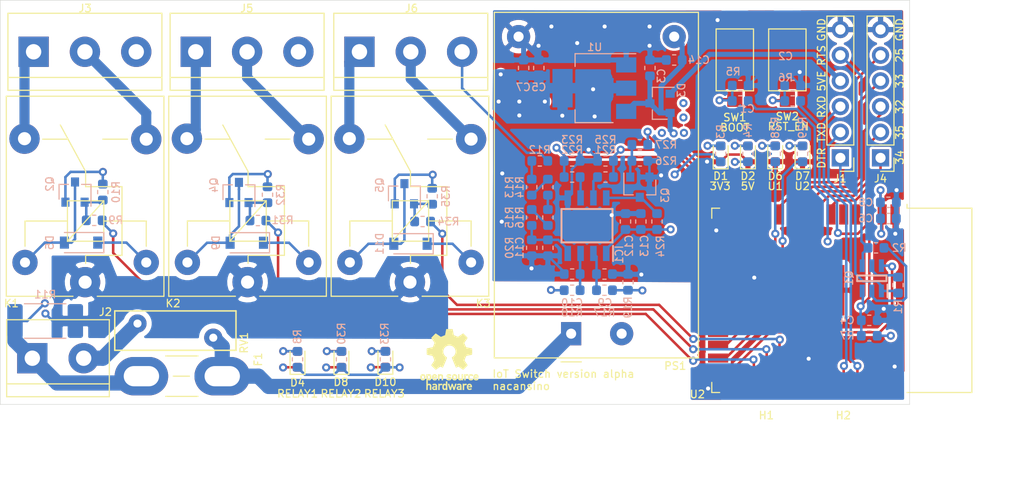
<source format=kicad_pcb>
(kicad_pcb (version 20171130) (host pcbnew "(5.1.5)-3")
  (layers (0 F.Cu power) (1 In1.Cu mixed) (2 In2.Cu mixed) (31 B.Cu power) (34 B.Paste user) (35 F.Paste user) (36 B.SilkS user) (37 F.SilkS user) (38 B.Mask user) (39 F.Mask user) (44 Edge.Cuts user))
  (net 0 "")
  (net 1 +5V)
  (net 2 "Net-(D4-Pad1)")
  (net 3 "Net-(C9-Pad2)")
  (net 4 "Net-(C10-Pad2)")
  (net 5 "Net-(C11-Pad1)")
  (net 6 GND)
  (net 7 "Net-(IC1-Pad6)")
  (net 8 "Net-(IC1-Pad7)")
  (net 9 "Net-(IC1-Pad8)")
  (net 10 "Net-(F1-Pad1)")
  (net 11 /AC_NEUTRAL)
  (net 12 /DTR)
  (net 13 "Net-(Q1-Pad2)")
  (net 14 /RTS)
  (net 15 "Net-(Q1-Pad5)")
  (net 16 "Net-(Q2-Pad1)")
  (net 17 "Net-(Q3-Pad1)")
  (net 18 +3V3)
  (net 19 "Net-(U2-Pad32)")
  (net 20 /RXD)
  (net 21 /TXD)
  (net 22 "Net-(D1-Pad2)")
  (net 23 "Net-(D2-Pad2)")
  (net 24 "Net-(C1-Pad1)")
  (net 25 "Net-(C2-Pad1)")
  (net 26 "Net-(D4-Pad2)")
  (net 27 "Net-(R12-Pad2)")
  (net 28 "Net-(R13-Pad2)")
  (net 29 "Net-(R14-Pad1)")
  (net 30 "Net-(R15-Pad1)")
  (net 31 /AC_LINE_IN)
  (net 32 /5V_EXT)
  (net 33 "Net-(D6-Pad2)")
  (net 34 "Net-(D7-Pad2)")
  (net 35 /GPIO32)
  (net 36 /GPIO33)
  (net 37 /GPIO34)
  (net 38 /GPIO35)
  (net 39 /EN_RESET)
  (net 40 /BOOT)
  (net 41 /PMONITOR_CF1)
  (net 42 /PMONITOR_CF)
  (net 43 /PMONITOR_SEL)
  (net 44 /LED_USR_1)
  (net 45 /LED_USR_2)
  (net 46 "Net-(U2-Pad11)")
  (net 47 "Net-(U2-Pad17)")
  (net 48 "Net-(U2-Pad18)")
  (net 49 "Net-(U2-Pad19)")
  (net 50 "Net-(U2-Pad20)")
  (net 51 "Net-(U2-Pad21)")
  (net 52 "Net-(U2-Pad22)")
  (net 53 "Net-(U2-Pad36)")
  (net 54 "Net-(U2-Pad37)")
  (net 55 /REL1_ON)
  (net 56 "Net-(U2-Pad30)")
  (net 57 "Net-(U2-Pad31)")
  (net 58 "Net-(U2-Pad33)")
  (net 59 /GPIO25)
  (net 60 "Net-(D8-Pad2)")
  (net 61 "Net-(D8-Pad1)")
  (net 62 "Net-(D10-Pad1)")
  (net 63 "Net-(D10-Pad2)")
  (net 64 /AC_OUT1_NO)
  (net 65 /AC_OUT1_NC)
  (net 66 /AC_OUT2_NO)
  (net 67 /AC_OUT2_NC)
  (net 68 /AC_OUT3_NC)
  (net 69 /AC_OUT3_NO)
  (net 70 "Net-(Q4-Pad1)")
  (net 71 "Net-(Q5-Pad1)")
  (net 72 /REL2_ON)
  (net 73 /REL3_ON)
  (net 74 "Net-(U2-Pad4)")
  (net 75 "Net-(U2-Pad5)")
  (net 76 "Net-(U2-Pad16)")
  (net 77 "Net-(U2-Pad26)")
  (net 78 /AC_LINE_M)
  (module RF_Module:ESP32-WROOM-32 (layer F.Cu) (at 217.46 109.08 270)
    (fp_text reference U2 (at 9.3 11.3 180) (layer F.SilkS) (effects (font (size 0.75 0.75) (thickness 0.12))))
    (fp_text value ESP32-WROOM-32D)
    (pad 39 smd rect (at -1 -0.755 270) (size 5 5) (layers F.Cu F.Paste F.Mask) (net 6 GND))
    (pad 1 smd rect (at -8.5 -8.255 270) (size 2 0.9) (layers F.Cu F.Paste F.Mask) (net 6 GND))
    (pad 2 smd rect (at -8.5 -6.985 270) (size 2 0.9) (layers F.Cu F.Paste F.Mask) (net 18 +3V3))
    (pad 3 smd rect (at -8.5 -5.715 270) (size 2 0.9) (layers F.Cu F.Paste F.Mask) (net 39 /EN_RESET))
    (pad 4 smd rect (at -8.5 -4.445 270) (size 2 0.9) (layers F.Cu F.Paste F.Mask) (net 74 "Net-(U2-Pad4)"))
    (pad 5 smd rect (at -8.5 -3.175 270) (size 2 0.9) (layers F.Cu F.Paste F.Mask) (net 75 "Net-(U2-Pad5)"))
    (pad 6 smd rect (at -8.5 -1.905 270) (size 2 0.9) (layers F.Cu F.Paste F.Mask) (net 37 /GPIO34))
    (pad 7 smd rect (at -8.5 -0.635 270) (size 2 0.9) (layers F.Cu F.Paste F.Mask) (net 38 /GPIO35))
    (pad 8 smd rect (at -8.5 0.635 270) (size 2 0.9) (layers F.Cu F.Paste F.Mask) (net 35 /GPIO32))
    (pad 9 smd rect (at -8.5 1.905 270) (size 2 0.9) (layers F.Cu F.Paste F.Mask) (net 36 /GPIO33))
    (pad 10 smd rect (at -8.5 3.175 270) (size 2 0.9) (layers F.Cu F.Paste F.Mask) (net 59 /GPIO25))
    (pad 11 smd rect (at -8.5 4.445 270) (size 2 0.9) (layers F.Cu F.Paste F.Mask) (net 46 "Net-(U2-Pad11)"))
    (pad 12 smd rect (at -8.5 5.715 270) (size 2 0.9) (layers F.Cu F.Paste F.Mask) (net 43 /PMONITOR_SEL))
    (pad 13 smd rect (at -8.5 6.985 270) (size 2 0.9) (layers F.Cu F.Paste F.Mask) (net 41 /PMONITOR_CF1))
    (pad 14 smd rect (at -8.5 8.255 270) (size 2 0.9) (layers F.Cu F.Paste F.Mask) (net 42 /PMONITOR_CF))
    (pad 15 smd rect (at -5.715 9.255) (size 2 0.9) (layers F.Cu F.Paste F.Mask) (net 6 GND))
    (pad 16 smd rect (at -4.445 9.255) (size 2 0.9) (layers F.Cu F.Paste F.Mask) (net 76 "Net-(U2-Pad16)"))
    (pad 17 smd rect (at -3.175 9.255) (size 2 0.9) (layers F.Cu F.Paste F.Mask) (net 47 "Net-(U2-Pad17)"))
    (pad 18 smd rect (at -1.905 9.255) (size 2 0.9) (layers F.Cu F.Paste F.Mask) (net 48 "Net-(U2-Pad18)"))
    (pad 19 smd rect (at -0.635 9.255) (size 2 0.9) (layers F.Cu F.Paste F.Mask) (net 49 "Net-(U2-Pad19)"))
    (pad 20 smd rect (at 0.635 9.255) (size 2 0.9) (layers F.Cu F.Paste F.Mask) (net 50 "Net-(U2-Pad20)"))
    (pad 21 smd rect (at 1.905 9.255) (size 2 0.9) (layers F.Cu F.Paste F.Mask) (net 51 "Net-(U2-Pad21)"))
    (pad 22 smd rect (at 3.175 9.255) (size 2 0.9) (layers F.Cu F.Paste F.Mask) (net 52 "Net-(U2-Pad22)"))
    (pad 23 smd rect (at 4.445 9.255) (size 2 0.9) (layers F.Cu F.Paste F.Mask) (net 44 /LED_USR_1))
    (pad 24 smd rect (at 5.715 9.255) (size 2 0.9) (layers F.Cu F.Paste F.Mask) (net 45 /LED_USR_2))
    (pad 25 smd rect (at 8.5 8.255 270) (size 2 0.9) (layers F.Cu F.Paste F.Mask) (net 40 /BOOT))
    (pad 26 smd rect (at 8.5 6.985 270) (size 2 0.9) (layers F.Cu F.Paste F.Mask) (net 77 "Net-(U2-Pad26)"))
    (pad 27 smd rect (at 8.5 5.715 270) (size 2 0.9) (layers F.Cu F.Paste F.Mask) (net 55 /REL1_ON))
    (pad 28 smd rect (at 8.5 4.445 270) (size 2 0.9) (layers F.Cu F.Paste F.Mask) (net 72 /REL2_ON))
    (pad 29 smd rect (at 8.5 3.175 270) (size 2 0.9) (layers F.Cu F.Paste F.Mask) (net 73 /REL3_ON))
    (pad 30 smd rect (at 8.5 1.905 270) (size 2 0.9) (layers F.Cu F.Paste F.Mask) (net 56 "Net-(U2-Pad30)"))
    (pad 31 smd rect (at 8.5 0.635 270) (size 2 0.9) (layers F.Cu F.Paste F.Mask) (net 57 "Net-(U2-Pad31)"))
    (pad 32 smd rect (at 8.5 -0.635 270) (size 2 0.9) (layers F.Cu F.Paste F.Mask) (net 19 "Net-(U2-Pad32)"))
    (pad 33 smd rect (at 8.5 -1.905 270) (size 2 0.9) (layers F.Cu F.Paste F.Mask) (net 58 "Net-(U2-Pad33)"))
    (pad 34 smd rect (at 8.5 -3.175 270) (size 2 0.9) (layers F.Cu F.Paste F.Mask) (net 20 /RXD))
    (pad 35 smd rect (at 8.5 -4.445 270) (size 2 0.9) (layers F.Cu F.Paste F.Mask) (net 21 /TXD))
    (pad 36 smd rect (at 8.5 -5.715 270) (size 2 0.9) (layers F.Cu F.Paste F.Mask) (net 53 "Net-(U2-Pad36)"))
    (pad 37 smd rect (at 8.5 -6.985 270) (size 2 0.9) (layers F.Cu F.Paste F.Mask) (net 54 "Net-(U2-Pad37)"))
    (pad 38 smd rect (at 8.5 -8.255 270) (size 2 0.9) (layers F.Cu F.Paste F.Mask) (net 6 GND))
  )
  (module Varistor:RV_Disc_D12mm_W3.9mm_P7.5mm (layer F.Cu) (at 158.242 112.776 180)
    (fp_text reference RV1 (at -3.048 -0.508 90) (layer F.SilkS) (effects (font (size 0.75 0.75) (thickness 0.12))))
    (fp_text value "Varistor 270V")
    (pad 1 thru_hole circle (at 0 0 180) (size 1.8 1.8) (drill 0.8) (layers *.Cu *.Mask) (net 10 "Net-(F1-Pad1)"))
    (pad 2 thru_hole circle (at 7.5 1.4 180) (size 1.8 1.8) (drill 0.8) (layers *.Cu *.Mask) (net 11 /AC_NEUTRAL))
  )
  (module XLAB_Block:Converter_ACDC_HiLink_HLK-PMxx (layer F.Cu) (at 193.66 112.38 90)
    (fp_text reference PS1 (at -3.19 10.302) (layer F.SilkS) (effects (font (size 0.75 0.75) (thickness 0.12))))
    (fp_text value HLK-PM01)
    (pad 3 thru_hole circle (at 29.4 -5.2 90) (size 2.3 2.3) (drill 1) (layers *.Cu *.Mask) (net 6 GND))
    (pad 1 thru_hole rect (at 0 0 90) (size 2.3 2) (drill 1) (layers *.Cu *.Mask) (net 10 "Net-(F1-Pad1)"))
    (pad 2 thru_hole circle (at 0 5 90) (size 2.3 2.3) (drill 1) (layers *.Cu *.Mask) (net 11 /AC_NEUTRAL))
    (pad 4 thru_hole circle (at 29.4 10.2 90) (size 2.3 2.3) (drill 1) (layers *.Cu *.Mask) (net 1 +5V))
  )
  (module Symbol:OSHW-Logo_5.7x6mm_SilkScreen (layer F.Cu) (at 181.61 114.935)
    (fp_text reference REF** hide)
    (fp_text value OSHW-Logo_5.7x6mm_SilkScreen hide)
  )
  (module Capacitor_SMD:C_0603_1608Metric (layer B.Cu) (at 225.06 99.38 180)
    (fp_text reference C8 (at 2.2385 0.0025 180) (layer B.SilkS) (effects (font (size 0.75 0.75) (thickness 0.12)) (justify mirror)))
    (fp_text value 0.1u)
    (pad 1 smd roundrect (at -0.7875 0 180) (size 0.875 0.95) (layers B.Cu B.Paste B.Mask) (net 6 GND))
    (pad 2 smd roundrect (at 0.7875 0 180) (size 0.875 0.95) (layers B.Cu B.Paste B.Mask) (net 18 +3V3))
  )
  (module Diode_SMD:D_SOD-123 (layer B.Cu) (at 145.16 103.3656 180)
    (fp_text reference D5 (at 3.1 0 90) (layer B.SilkS) (effects (font (size 0.75 0.75) (thickness 0.12)) (justify mirror)))
    (fp_text value 1N4148W)
    (pad 1 smd rect (at -1.65 0 180) (size 0.9 1.2) (layers B.Cu B.Paste B.Mask) (net 1 +5V))
    (pad 2 smd rect (at 1.65 0 180) (size 0.9 1.2) (layers B.Cu B.Paste B.Mask) (net 2 "Net-(D4-Pad1)"))
  )
  (module Package_TO_SOT_SMD:SOT-23 (layer B.Cu) (at 202.46 89.58 180)
    (fp_text reference D3 (at -2.1116 1.2896 270) (layer B.SilkS) (effects (font (size 0.75 0.75) (thickness 0.12)) (justify mirror)))
    (fp_text value BAT54C)
    (pad 1 smd rect (at -1 0.95 180) (size 0.9 0.8) (layers B.Cu B.Paste B.Mask) (net 32 /5V_EXT))
    (pad 2 smd rect (at -1 -0.95 180) (size 0.9 0.8) (layers B.Cu B.Paste B.Mask) (net 1 +5V))
    (pad 3 smd rect (at 1 0 180) (size 0.9 0.8) (layers B.Cu B.Paste B.Mask) (net 1 +5V))
  )
  (module SOIC127P600X170-8N (layer B.Cu) (at 195.23 101.69 90)
    (fp_text reference IC1 (at -2.8564 3.1948 270) (layer B.SilkS) (effects (font (size 0.75 0.75) (thickness 0.12)) (justify mirror)))
    (fp_text value HLW8012 hide)
    (pad 1 smd rect (at -2.75 1.905) (size 0.65 1.5) (layers B.Cu B.Paste B.Mask) (net 1 +5V))
    (pad 2 smd rect (at -2.75 0.635) (size 0.65 1.5) (layers B.Cu B.Paste B.Mask) (net 3 "Net-(C9-Pad2)"))
    (pad 3 smd rect (at -2.75 -0.635) (size 0.65 1.5) (layers B.Cu B.Paste B.Mask) (net 4 "Net-(C10-Pad2)"))
    (pad 4 smd rect (at -2.75 -1.905) (size 0.65 1.5) (layers B.Cu B.Paste B.Mask) (net 5 "Net-(C11-Pad1)"))
    (pad 5 smd rect (at 2.75 -1.905) (size 0.65 1.5) (layers B.Cu B.Paste B.Mask) (net 6 GND))
    (pad 6 smd rect (at 2.75 -0.635) (size 0.65 1.5) (layers B.Cu B.Paste B.Mask) (net 7 "Net-(IC1-Pad6)"))
    (pad 7 smd rect (at 2.75 0.635) (size 0.65 1.5) (layers B.Cu B.Paste B.Mask) (net 8 "Net-(IC1-Pad7)"))
    (pad 8 smd rect (at 2.75 1.905) (size 0.65 1.5) (layers B.Cu B.Paste B.Mask) (net 9 "Net-(IC1-Pad8)"))
  )
  (module SOT95P275X110-6N (layer B.Cu) (at 223.4184 106.8985 90)
    (fp_text reference Q1 (at 0.0153 -2.2455 90) (layer B.SilkS) (effects (font (size 0.75 0.75) (thickness 0.12)) (justify mirror)))
    (fp_text value BC817DPN hide)
    (pad 1 smd rect (at -1.25 0.95) (size 0.5 1.25) (layers B.Cu B.Paste B.Mask) (net 12 /DTR))
    (pad 2 smd rect (at -1.25 0) (size 0.5 1.25) (layers B.Cu B.Paste B.Mask) (net 13 "Net-(Q1-Pad2)"))
    (pad 3 smd rect (at -1.25 -0.95) (size 0.5 1.25) (layers B.Cu B.Paste B.Mask) (net 39 /EN_RESET))
    (pad 4 smd rect (at 1.25 -0.95) (size 0.5 1.25) (layers B.Cu B.Paste B.Mask) (net 14 /RTS))
    (pad 5 smd rect (at 1.25 0) (size 0.5 1.25) (layers B.Cu B.Paste B.Mask) (net 15 "Net-(Q1-Pad5)"))
    (pad 6 smd rect (at 1.25 0.95) (size 0.5 1.25) (layers B.Cu B.Paste B.Mask) (net 40 /BOOT))
  )
  (module Package_TO_SOT_SMD:SOT-23 (layer B.Cu) (at 144.56 98.3656 90)
    (fp_text reference Q2 (at 0.8 -2.5 90) (layer B.SilkS) (effects (font (size 0.75 0.75) (thickness 0.12)) (justify mirror)))
    (fp_text value 2N7002)
    (pad 1 smd rect (at -1 0.95 90) (size 0.9 0.8) (layers B.Cu B.Paste B.Mask) (net 16 "Net-(Q2-Pad1)"))
    (pad 2 smd rect (at -1 -0.95 90) (size 0.9 0.8) (layers B.Cu B.Paste B.Mask) (net 6 GND))
    (pad 3 smd rect (at 1 0 90) (size 0.9 0.8) (layers B.Cu B.Paste B.Mask) (net 2 "Net-(D4-Pad1)"))
  )
  (module Package_TO_SOT_SMD:SOT-23 (layer B.Cu) (at 200.46 97.88 270)
    (fp_text reference Q3 (at 0.8 -2.5 90) (layer B.SilkS) (effects (font (size 0.75 0.75) (thickness 0.12)) (justify mirror)))
    (fp_text value 2N7002)
    (pad 3 smd rect (at 1 0 270) (size 0.9 0.8) (layers B.Cu B.Paste B.Mask) (net 9 "Net-(IC1-Pad8)"))
    (pad 2 smd rect (at -1 -0.95 270) (size 0.9 0.8) (layers B.Cu B.Paste B.Mask) (net 6 GND))
    (pad 1 smd rect (at -1 0.95 270) (size 0.9 0.8) (layers B.Cu B.Paste B.Mask) (net 17 "Net-(Q3-Pad1)"))
  )
  (module Package_TO_SOT_SMD:SOT-223-3_TabPin2 (layer B.Cu) (at 195.96 88.08 180)
    (fp_text reference U1 (at -0.0264 4.0568) (layer B.SilkS) (effects (font (size 0.75 0.75) (thickness 0.12)) (justify mirror)))
    (fp_text value AMS1117-3.3)
    (pad 2 smd rect (at 3.15 0 180) (size 2 3.8) (layers B.Cu B.Paste B.Mask) (net 18 +3V3))
    (pad 2 smd rect (at -3.15 0 180) (size 2 1.5) (layers B.Cu B.Paste B.Mask) (net 18 +3V3))
    (pad 3 smd rect (at -3.15 -2.3 180) (size 2 1.5) (layers B.Cu B.Paste B.Mask) (net 1 +5V))
    (pad 1 smd rect (at -3.15 2.3 180) (size 2 1.5) (layers B.Cu B.Paste B.Mask) (net 6 GND))
  )
  (module XLAB_Block:Relay_SPDT_SANYOU_SRD_Series_Form_C (layer F.Cu) (at 145.56 107.28 90)
    (fp_text reference K1 (at -2.1 -7.3 180) (layer F.SilkS) (effects (font (size 0.75 0.75) (thickness 0.12))))
    (fp_text value SANYOU_SRD_Form_C)
    (pad 1 thru_hole circle (at 0 0 180) (size 3 3) (drill 1.3) (layers *.Cu *.Mask) (net 78 /AC_LINE_M))
    (pad 5 thru_hole circle (at 1.95 -5.95 180) (size 2.5 2.5) (drill 1) (layers *.Cu *.Mask) (net 2 "Net-(D4-Pad1)"))
    (pad 4 thru_hole circle (at 14.2 -6 180) (size 3 3) (drill 1.3) (layers *.Cu *.Mask) (net 64 /AC_OUT1_NO))
    (pad 3 thru_hole circle (at 14.15 6.05 180) (size 3 3) (drill 1.3) (layers *.Cu *.Mask) (net 65 /AC_OUT1_NC))
    (pad 2 thru_hole circle (at 1.95 6.05 180) (size 2.5 2.5) (drill 1) (layers *.Cu *.Mask) (net 1 +5V))
  )
  (module R_0603_1608Metric (layer B.Cu) (at 226.0092 107.569 90)
    (fp_text reference R1 (at -2.159 0.0127 270) (layer B.SilkS) (effects (font (size 0.75 0.75) (thickness 0.12)) (justify mirror)))
    (fp_text value R_12k_±5%_1608m)
    (pad 2 smd roundrect (at 0.7875 0 90) (size 0.875 0.95) (layers B.Cu B.Paste B.Mask) (net 15 "Net-(Q1-Pad5)"))
    (pad 1 smd roundrect (at -0.7875 0 90) (size 0.875 0.95) (layers B.Cu B.Paste B.Mask) (net 12 /DTR))
  )
  (module R_0603_1608Metric (layer B.Cu) (at 223.8375 103.886)
    (fp_text reference R2 (at 2.3 0 180) (layer B.SilkS) (effects (font (size 0.75 0.75) (thickness 0.12)) (justify mirror)))
    (fp_text value R_12k_±5%_1608m)
    (pad 1 smd roundrect (at -0.7875 0) (size 0.875 0.95) (layers B.Cu B.Paste B.Mask) (net 14 /RTS))
    (pad 2 smd roundrect (at 0.7875 0) (size 0.875 0.95) (layers B.Cu B.Paste B.Mask) (net 13 "Net-(Q1-Pad2)"))
  )
  (module R_0603_1608Metric (layer B.Cu) (at 208.46 94.58 270)
    (fp_text reference R3 (at -2.2 0 90) (layer B.SilkS) (effects (font (size 0.75 0.75) (thickness 0.12)) (justify mirror)))
    (fp_text value R_1k_±5%_1608m)
    (pad 1 smd roundrect (at -0.7875 0 270) (size 0.875 0.95) (layers B.Cu B.Paste B.Mask) (net 22 "Net-(D1-Pad2)"))
    (pad 2 smd roundrect (at 0.7875 0 270) (size 0.875 0.95) (layers B.Cu B.Paste B.Mask) (net 1 +5V))
  )
  (module R_0603_1608Metric (layer B.Cu) (at 211.16 94.58 270)
    (fp_text reference R4 (at -2.3 0 90) (layer B.SilkS) (effects (font (size 0.75 0.75) (thickness 0.12)) (justify mirror)))
    (fp_text value R_1k_±5%_1608m)
    (pad 2 smd roundrect (at 0.7875 0 270) (size 0.875 0.95) (layers B.Cu B.Paste B.Mask) (net 18 +3V3))
    (pad 1 smd roundrect (at -0.7875 0 270) (size 0.875 0.95) (layers B.Cu B.Paste B.Mask) (net 23 "Net-(D2-Pad2)"))
  )
  (module R_0603_1608Metric (layer B.Cu) (at 210.396 89.3445)
    (fp_text reference R5 (at -0.7 -2.9) (layer B.SilkS) (effects (font (size 0.75 0.75) (thickness 0.12)) (justify mirror)))
    (fp_text value R_470_±5%_1608m)
    (pad 1 smd roundrect (at -0.7875 0) (size 0.875 0.95) (layers B.Cu B.Paste B.Mask) (net 24 "Net-(C1-Pad1)"))
    (pad 2 smd roundrect (at 0.7875 0) (size 0.875 0.95) (layers B.Cu B.Paste B.Mask) (net 40 /BOOT))
  )
  (module R_0603_1608Metric (layer B.Cu) (at 215.5825 89.3445)
    (fp_text reference R6 (at -0.7 -2.3) (layer B.SilkS) (effects (font (size 0.75 0.75) (thickness 0.12)) (justify mirror)))
    (fp_text value R_470_±5%_1608m)
    (pad 2 smd roundrect (at 0.7875 0) (size 0.875 0.95) (layers B.Cu B.Paste B.Mask) (net 39 /EN_RESET))
    (pad 1 smd roundrect (at -0.7875 0) (size 0.875 0.95) (layers B.Cu B.Paste B.Mask) (net 25 "Net-(C2-Pad1)"))
  )
  (module R_0603_1608Metric (layer B.Cu) (at 223.167 112.5855 180)
    (fp_text reference R7 (at 2.187 0.0127) (layer B.SilkS) (effects (font (size 0.75 0.75) (thickness 0.12)) (justify mirror)))
    (fp_text value R_12k_±5%_1608m)
    (pad 1 smd roundrect (at -0.7875 0 180) (size 0.875 0.95) (layers B.Cu B.Paste B.Mask) (net 18 +3V3))
    (pad 2 smd roundrect (at 0.7875 0 180) (size 0.875 0.95) (layers B.Cu B.Paste B.Mask) (net 39 /EN_RESET))
  )
  (module R_0603_1608Metric (layer B.Cu) (at 166.5795 114.9185 90)
    (fp_text reference R8 (at 2.2441 -0.0063 270) (layer B.SilkS) (effects (font (size 0.75 0.75) (thickness 0.12)) (justify mirror)))
    (fp_text value R_1k_±5%_1608m)
    (pad 2 smd roundrect (at 0.7875 0 90) (size 0.875 0.95) (layers B.Cu B.Paste B.Mask) (net 26 "Net-(D4-Pad2)"))
    (pad 1 smd roundrect (at -0.7875 0 90) (size 0.875 0.95) (layers B.Cu B.Paste B.Mask) (net 1 +5V))
  )
  (module R_0603_1608Metric (layer B.Cu) (at 146.46 101.1656)
    (fp_text reference R9 (at 2.13 -0.0228 180) (layer B.SilkS) (effects (font (size 0.75 0.75) (thickness 0.12)) (justify mirror)))
    (fp_text value R_1k_±5%_1608m)
    (pad 2 smd roundrect (at 0.7875 0) (size 0.875 0.95) (layers B.Cu B.Paste B.Mask) (net 55 /REL1_ON))
    (pad 1 smd roundrect (at -0.7875 0) (size 0.875 0.95) (layers B.Cu B.Paste B.Mask) (net 16 "Net-(Q2-Pad1)"))
  )
  (module R_0603_1608Metric (layer B.Cu) (at 147.31 98.3656 90)
    (fp_text reference R10 (at 0 1.3 90) (layer B.SilkS) (effects (font (size 0.75 0.75) (thickness 0.12)) (justify mirror)))
    (fp_text value R_10k_±5%_1608m)
    (pad 2 smd roundrect (at 0.7875 0 90) (size 0.875 0.95) (layers B.Cu B.Paste B.Mask) (net 6 GND))
    (pad 1 smd roundrect (at -0.7875 0 90) (size 0.875 0.95) (layers B.Cu B.Paste B.Mask) (net 16 "Net-(Q2-Pad1)"))
  )
  (module R_0603_1608Metric (layer B.Cu) (at 190.56 95.28 180)
    (fp_text reference R12 (at 0.0092 1.0968) (layer B.SilkS) (effects (font (size 0.75 0.75) (thickness 0.12)) (justify mirror)))
    (fp_text value R_470k_±1%_1608m)
    (pad 2 smd roundrect (at 0.7875 0 180) (size 0.875 0.95) (layers B.Cu B.Paste B.Mask) (net 27 "Net-(R12-Pad2)"))
    (pad 1 smd roundrect (at -0.7875 0 180) (size 0.875 0.95) (layers B.Cu B.Paste B.Mask) (net 11 /AC_NEUTRAL))
  )
  (module R_0603_1608Metric (layer B.Cu) (at 189.76 97.88 270)
    (fp_text reference R13 (at 0 2.2 90) (layer B.SilkS) (effects (font (size 0.75 0.75) (thickness 0.12)) (justify mirror)))
    (fp_text value R_470k_±1%_1608m)
    (pad 1 smd roundrect (at -0.7875 0 270) (size 0.875 0.95) (layers B.Cu B.Paste B.Mask) (net 27 "Net-(R12-Pad2)"))
    (pad 2 smd roundrect (at 0.7875 0 270) (size 0.875 0.95) (layers B.Cu B.Paste B.Mask) (net 28 "Net-(R13-Pad2)"))
  )
  (module R_0603_1608Metric (layer B.Cu) (at 191.36 97.88 90)
    (fp_text reference R14 (at 0 -2.8 270) (layer B.SilkS) (effects (font (size 0.75 0.75) (thickness 0.12)) (justify mirror)))
    (fp_text value R_470k_±1%_1608m)
    (pad 1 smd roundrect (at -0.7875 0 90) (size 0.875 0.95) (layers B.Cu B.Paste B.Mask) (net 29 "Net-(R14-Pad1)"))
    (pad 2 smd roundrect (at 0.7875 0 90) (size 0.875 0.95) (layers B.Cu B.Paste B.Mask) (net 28 "Net-(R13-Pad2)"))
  )
  (module R_0603_1608Metric (layer B.Cu) (at 189.76 100.88 270)
    (fp_text reference R15 (at 0 2.2 90) (layer B.SilkS) (effects (font (size 0.75 0.75) (thickness 0.12)) (justify mirror)))
    (fp_text value R_470k_±1%_1608m)
    (pad 2 smd roundrect (at 0.7875 0 270) (size 0.875 0.95) (layers B.Cu B.Paste B.Mask) (net 5 "Net-(C11-Pad1)"))
    (pad 1 smd roundrect (at -0.7875 0 270) (size 0.875 0.95) (layers B.Cu B.Paste B.Mask) (net 30 "Net-(R15-Pad1)"))
  )
  (module R_0603_1608Metric (layer B.Cu) (at 191.36 100.88 90)
    (fp_text reference R16 (at 0 -2.8 90) (layer B.SilkS) (effects (font (size 0.75 0.75) (thickness 0.12)) (justify mirror)))
    (fp_text value R_470k_±1%_1608m)
    (pad 2 smd roundrect (at 0.7875 0 90) (size 0.875 0.95) (layers B.Cu B.Paste B.Mask) (net 29 "Net-(R14-Pad1)"))
    (pad 1 smd roundrect (at -0.7875 0 90) (size 0.875 0.95) (layers B.Cu B.Paste B.Mask) (net 30 "Net-(R15-Pad1)"))
  )
  (module R_0603_1608Metric (layer B.Cu) (at 196.96 108.08)
    (fp_text reference R17 (at -0.0084 2.2068 180) (layer B.SilkS) (effects (font (size 0.75 0.75) (thickness 0.12)) (justify mirror)))
    (fp_text value R_1k_±5%_1608m)
    (pad 2 smd roundrect (at 0.7875 0) (size 0.875 0.95) (layers B.Cu B.Paste B.Mask) (net 78 /AC_LINE_M))
    (pad 1 smd roundrect (at -0.7875 0) (size 0.875 0.95) (layers B.Cu B.Paste B.Mask) (net 3 "Net-(C9-Pad2)"))
  )
  (module R_0603_1608Metric (layer B.Cu) (at 193.76 108.08 180)
    (fp_text reference R18 (at 0.0088 -2.2068) (layer B.SilkS) (effects (font (size 0.75 0.75) (thickness 0.12)) (justify mirror)))
    (fp_text value R_1k_±5%_1608m)
    (pad 1 smd roundrect (at -0.7875 0 180) (size 0.875 0.95) (layers B.Cu B.Paste B.Mask) (net 4 "Net-(C10-Pad2)"))
    (pad 2 smd roundrect (at 0.7875 0 180) (size 0.875 0.95) (layers B.Cu B.Paste B.Mask) (net 31 /AC_LINE_IN))
  )
  (module R_0603_1608Metric (layer B.Cu) (at 199.2884 107.2896 90)
    (fp_text reference R19 (at -2.4892 0 270) (layer B.SilkS) (effects (font (size 0.75 0.75) (thickness 0.12)) (justify mirror)))
    (fp_text value R_0_―_1608m)
    (pad 1 smd roundrect (at -0.7875 0 90) (size 0.875 0.95) (layers B.Cu B.Paste B.Mask) (net 78 /AC_LINE_M))
    (pad 2 smd roundrect (at 0.7875 0 90) (size 0.875 0.95) (layers B.Cu B.Paste B.Mask) (net 6 GND))
  )
  (module R_0603_1608Metric (layer B.Cu) (at 189.76 103.88 90)
    (fp_text reference R20 (at 0 -2.2 90) (layer B.SilkS) (effects (font (size 0.75 0.75) (thickness 0.12)) (justify mirror)))
    (fp_text value R_1.00k_±1%_1608m)
    (pad 1 smd roundrect (at -0.7875 0 90) (size 0.875 0.95) (layers B.Cu B.Paste B.Mask) (net 6 GND))
    (pad 2 smd roundrect (at 0.7875 0 90) (size 0.875 0.95) (layers B.Cu B.Paste B.Mask) (net 5 "Net-(C11-Pad1)"))
  )
  (module R_0603_1608Metric (layer B.Cu) (at 197.06 96.88 180)
    (fp_text reference R21 (at 0 2.6968) (layer B.SilkS) (effects (font (size 0.75 0.75) (thickness 0.12)) (justify mirror)))
    (fp_text value R_10k_±5%_1608m)
    (pad 1 smd roundrect (at -0.7875 0 180) (size 0.875 0.95) (layers B.Cu B.Paste B.Mask) (net 41 /PMONITOR_CF1))
    (pad 2 smd roundrect (at 0.7875 0 180) (size 0.875 0.95) (layers B.Cu B.Paste B.Mask) (net 8 "Net-(IC1-Pad7)"))
  )
  (module R_0603_1608Metric (layer B.Cu) (at 193.76 96.88)
    (fp_text reference R22 (at -0.0088 -2.6968) (layer B.SilkS) (effects (font (size 0.75 0.75) (thickness 0.12)) (justify mirror)))
    (fp_text value R_10k_±5%_1608m)
    (pad 1 smd roundrect (at -0.7875 0) (size 0.875 0.95) (layers B.Cu B.Paste B.Mask) (net 42 /PMONITOR_CF))
    (pad 2 smd roundrect (at 0.7875 0) (size 0.875 0.95) (layers B.Cu B.Paste B.Mask) (net 7 "Net-(IC1-Pad6)"))
  )
  (module R_0603_1608Metric (layer B.Cu) (at 193.76 95.28)
    (fp_text reference R23 (at 0 -2.1) (layer B.SilkS) (effects (font (size 0.75 0.75) (thickness 0.12)) (justify mirror)))
    (fp_text value R_15k_±5%_1608m)
    (pad 2 smd roundrect (at 0.7875 0) (size 0.875 0.95) (layers B.Cu B.Paste B.Mask) (net 6 GND))
    (pad 1 smd roundrect (at -0.7875 0) (size 0.875 0.95) (layers B.Cu B.Paste B.Mask) (net 42 /PMONITOR_CF))
  )
  (module R_0603_1608Metric (layer B.Cu) (at 202.16 101.28 90)
    (fp_text reference R24 (at -2.4536 0.3288 90) (layer B.SilkS) (effects (font (size 0.75 0.75) (thickness 0.12)) (justify mirror)))
    (fp_text value R_10k_±5%_1608m)
    (pad 2 smd roundrect (at 0.7875 0 90) (size 0.875 0.95) (layers B.Cu B.Paste B.Mask) (net 9 "Net-(IC1-Pad8)"))
    (pad 1 smd roundrect (at -0.7875 0 90) (size 0.875 0.95) (layers B.Cu B.Paste B.Mask) (net 1 +5V))
  )
  (module R_0603_1608Metric (layer B.Cu) (at 197.06 95.28 180)
    (fp_text reference R25 (at 0 2.1) (layer B.SilkS) (effects (font (size 0.75 0.75) (thickness 0.12)) (justify mirror)))
    (fp_text value R_15k_±5%_1608m)
    (pad 1 smd roundrect (at -0.7875 0 180) (size 0.875 0.95) (layers B.Cu B.Paste B.Mask) (net 41 /PMONITOR_CF1))
    (pad 2 smd roundrect (at 0.7875 0 180) (size 0.875 0.95) (layers B.Cu B.Paste B.Mask) (net 6 GND))
  )
  (module R_0603_1608Metric (layer B.Cu) (at 200.46 95.28)
    (fp_text reference R26 (at 2.6 0) (layer B.SilkS) (effects (font (size 0.75 0.75) (thickness 0.12)) (justify mirror)))
    (fp_text value R_10k_±5%_1608m)
    (pad 1 smd roundrect (at -0.7875 0) (size 0.875 0.95) (layers B.Cu B.Paste B.Mask) (net 17 "Net-(Q3-Pad1)"))
    (pad 2 smd roundrect (at 0.7875 0) (size 0.875 0.95) (layers B.Cu B.Paste B.Mask) (net 6 GND))
  )
  (module R_0603_1608Metric (layer B.Cu) (at 200.46 93.68 180)
    (fp_text reference R27 (at -2.6 0) (layer B.SilkS) (effects (font (size 0.75 0.75) (thickness 0.12)) (justify mirror)))
    (fp_text value R_1k_±5%_1608m)
    (pad 2 smd roundrect (at 0.7875 0 180) (size 0.875 0.95) (layers B.Cu B.Paste B.Mask) (net 17 "Net-(Q3-Pad1)"))
    (pad 1 smd roundrect (at -0.7875 0 180) (size 0.875 0.95) (layers B.Cu B.Paste B.Mask) (net 43 /PMONITOR_SEL))
  )
  (module LED_SMD:LED_0603_1608Metric (layer F.Cu) (at 166.5795 114.9185 90)
    (fp_text reference D4 (at -2.3 0) (layer F.SilkS) (effects (font (size 0.75 0.75) (thickness 0.12))))
    (fp_text value LED_RELAY)
    (pad 1 smd roundrect (at -0.7875 0 90) (size 0.875 0.95) (layers F.Cu F.Paste F.Mask) (net 2 "Net-(D4-Pad1)"))
    (pad 2 smd roundrect (at 0.7875 0 90) (size 0.875 0.95) (layers F.Cu F.Paste F.Mask) (net 26 "Net-(D4-Pad2)"))
  )
  (module LED_SMD:LED_0603_1608Metric (layer F.Cu) (at 208.46 94.58 90)
    (fp_text reference D1 (at -2.2 0) (layer F.SilkS) (effects (font (size 0.75 0.75) (thickness 0.12))))
    (fp_text value LED_5V)
    (pad 1 smd roundrect (at -0.7875 0 90) (size 0.875 0.95) (layers F.Cu F.Paste F.Mask) (net 6 GND))
    (pad 2 smd roundrect (at 0.7875 0 90) (size 0.875 0.95) (layers F.Cu F.Paste F.Mask) (net 22 "Net-(D1-Pad2)"))
  )
  (module LED_SMD:LED_0603_1608Metric (layer F.Cu) (at 211.16 94.58 90)
    (fp_text reference D2 (at -2.2 0) (layer F.SilkS) (effects (font (size 0.75 0.75) (thickness 0.12))))
    (fp_text value LED_3V3)
    (pad 2 smd roundrect (at 0.7875 0 90) (size 0.875 0.95) (layers F.Cu F.Paste F.Mask) (net 23 "Net-(D2-Pad2)"))
    (pad 1 smd roundrect (at -0.7875 0 90) (size 0.875 0.95) (layers F.Cu F.Paste F.Mask) (net 6 GND))
  )
  (module Button_Switch_SMD:SW_SPST_CK_RS282G05A3 (layer F.Cu) (at 209.86 85.28 270)
    (fp_text reference SW1 (at 5.7 0 180) (layer F.SilkS) (effects (font (size 0.75 0.75) (thickness 0.12))))
    (fp_text value SW_BOOT)
    (pad 2 smd rect (at 3.9 0 270) (size 1.5 1.5) (layers F.Cu F.Paste F.Mask) (net 24 "Net-(C1-Pad1)"))
    (pad 1 smd rect (at -3.9 0 270) (size 1.5 1.5) (layers F.Cu F.Paste F.Mask) (net 6 GND))
  )
  (module Button_Switch_SMD:SW_SPST_CK_RS282G05A3 (layer F.Cu) (at 215.06 85.28 270)
    (fp_text reference SW2 (at 5.6 0 180) (layer F.SilkS) (effects (font (size 0.75 0.75) (thickness 0.12))))
    (fp_text value SW_RESET)
    (pad 1 smd rect (at -3.9 0 270) (size 1.5 1.5) (layers F.Cu F.Paste F.Mask) (net 6 GND))
    (pad 2 smd rect (at 3.9 0 270) (size 1.5 1.5) (layers F.Cu F.Paste F.Mask) (net 25 "Net-(C2-Pad1)"))
  )
  (module Connector_PinHeader_2.54mm:PinHeader_1x06_P2.54mm_Vertical (layer F.Cu) (at 220.306 94.98 180)
    (fp_text reference J1 (at 0.0245 -2.048) (layer F.SilkS) (effects (font (size 0.75 0.75) (thickness 0.12))))
    (fp_text value Conn_01x06)
    (pad 1 thru_hole rect (at 0 0 180) (size 1.7 1.7) (drill 1) (layers *.Cu *.Mask) (net 12 /DTR))
    (pad 2 thru_hole oval (at 0 2.54 180) (size 1.7 1.7) (drill 1) (layers *.Cu *.Mask) (net 21 /TXD))
    (pad 3 thru_hole oval (at 0 5.08 180) (size 1.7 1.7) (drill 1) (layers *.Cu *.Mask) (net 20 /RXD))
    (pad 4 thru_hole oval (at 0 7.62 180) (size 1.7 1.7) (drill 1) (layers *.Cu *.Mask) (net 32 /5V_EXT))
    (pad 5 thru_hole oval (at 0 10.16 180) (size 1.7 1.7) (drill 1) (layers *.Cu *.Mask) (net 14 /RTS))
    (pad 6 thru_hole oval (at 0 12.7 180) (size 1.7 1.7) (drill 1) (layers *.Cu *.Mask) (net 6 GND))
  )
  (module TerminalBlock:TerminalBlock_bornier-2_P5.08mm (layer F.Cu) (at 140.335 114.808)
    (fp_text reference J2 (at 7.239 -4.572) (layer F.SilkS) (effects (font (size 0.75 0.75) (thickness 0.12))))
    (fp_text value Screw_Terminal_01x02)
    (pad 1 thru_hole rect (at 0 0) (size 3 3) (drill 1.52) (layers *.Cu *.Mask) (net 31 /AC_LINE_IN))
    (pad 2 thru_hole circle (at 5.08 0) (size 3 3) (drill 1.52) (layers *.Cu *.Mask) (net 11 /AC_NEUTRAL))
  )
  (module TerminalBlock:TerminalBlock_bornier-3_P5.08mm (layer F.Cu) (at 140.46 84.48)
    (fp_text reference J3 (at 5.1 -4.3) (layer F.SilkS) (effects (font (size 0.75 0.75) (thickness 0.12))))
    (fp_text value Screw_Terminal_01x03)
    (pad 1 thru_hole rect (at 0 0) (size 3 3) (drill 1.52) (layers *.Cu *.Mask) (net 64 /AC_OUT1_NO))
    (pad 2 thru_hole circle (at 5.08 0) (size 3 3) (drill 1.52) (layers *.Cu *.Mask) (net 65 /AC_OUT1_NC))
    (pad 3 thru_hole circle (at 10.16 0) (size 3 3) (drill 1.52) (layers *.Cu *.Mask) (net 11 /AC_NEUTRAL))
  )
  (module LED_SMD:LED_0603_1608Metric (layer F.Cu) (at 213.86 94.5675 90)
    (fp_text reference D6 (at -2.2125 0) (layer F.SilkS) (effects (font (size 0.75 0.75) (thickness 0.12))))
    (fp_text value LED_USR_1)
    (pad 2 smd roundrect (at 0.7875 0 90) (size 0.875 0.95) (layers F.Cu F.Paste F.Mask) (net 33 "Net-(D6-Pad2)"))
    (pad 1 smd roundrect (at -0.7875 0 90) (size 0.875 0.95) (layers F.Cu F.Paste F.Mask) (net 6 GND))
  )
  (module LED_SMD:LED_0603_1608Metric (layer F.Cu) (at 216.56 94.58 90)
    (fp_text reference D7 (at -2.2 0) (layer F.SilkS) (effects (font (size 0.75 0.75) (thickness 0.12))))
    (fp_text value LED_USR_2)
    (pad 2 smd roundrect (at 0.7875 0 90) (size 0.875 0.95) (layers F.Cu F.Paste F.Mask) (net 34 "Net-(D7-Pad2)"))
    (pad 1 smd roundrect (at -0.7875 0 90) (size 0.875 0.95) (layers F.Cu F.Paste F.Mask) (net 6 GND))
  )
  (module MountingHole:MountingHole_3.5mm (layer F.Cu) (at 212.979 124.968)
    (fp_text reference H1 (at 0 -4.5) (layer F.SilkS) (effects (font (size 0.75 0.75) (thickness 0.12))))
    (fp_text value MountingHole3.5mm)
    (pad 1 np_thru_hole circle (at 0 0) (size 3.5 3.5) (drill 3.5) (layers *.Cu *.Mask))
  )
  (module MountingHole:MountingHole_3.5mm (layer F.Cu) (at 220.599 124.968)
    (fp_text reference H2 (at 0 -4.5) (layer F.SilkS) (effects (font (size 0.75 0.75) (thickness 0.12))))
    (fp_text value MountingHole3.5mm)
    (pad 1 np_thru_hole circle (at 0 0) (size 3.5 3.5) (drill 3.5) (layers *.Cu *.Mask))
  )
  (module Connector_PinHeader_2.54mm:PinHeader_1x06_P2.54mm_Vertical (layer F.Cu) (at 224.282 94.98 180)
    (fp_text reference J4 (at 0 -2.048) (layer F.SilkS) (effects (font (size 0.75 0.75) (thickness 0.12))))
    (fp_text value Conn_01x06)
    (pad 1 thru_hole rect (at 0 0 180) (size 1.7 1.7) (drill 1) (layers *.Cu *.Mask) (net 37 /GPIO34))
    (pad 2 thru_hole oval (at 0 2.54 180) (size 1.7 1.7) (drill 1) (layers *.Cu *.Mask) (net 38 /GPIO35))
    (pad 3 thru_hole oval (at 0 5.08 180) (size 1.7 1.7) (drill 1) (layers *.Cu *.Mask) (net 35 /GPIO32))
    (pad 4 thru_hole oval (at 0 7.62 180) (size 1.7 1.7) (drill 1) (layers *.Cu *.Mask) (net 36 /GPIO33))
    (pad 5 thru_hole oval (at 0 10.16 180) (size 1.7 1.7) (drill 1) (layers *.Cu *.Mask) (net 59 /GPIO25))
    (pad 6 thru_hole oval (at 0 12.7 180) (size 1.7 1.7) (drill 1) (layers *.Cu *.Mask) (net 6 GND))
  )
  (module Resistor_SMD:R_2512_6332Metric_Pad1.52x3.35mm_HandSolder (layer B.Cu) (at 141.605 111.125 180)
    (fp_text reference R11 (at 0 2.62) (layer B.SilkS) (effects (font (size 0.75 0.75) (thickness 0.12)) (justify mirror)))
    (fp_text value 1m)
    (pad 1 smd roundrect (at -2.9875 0 180) (size 1.525 3.35) (layers B.Cu B.Paste B.Mask) (roundrect_rratio 0.163934) (net 78 /AC_LINE_M))
    (pad 2 smd roundrect (at 2.9875 0 180) (size 1.525 3.35) (layers B.Cu B.Paste B.Mask) (roundrect_rratio 0.163934) (net 31 /AC_LINE_IN))
  )
  (module R_0603_1608Metric (layer B.Cu) (at 213.86 94.58 90)
    (fp_text reference R28 (at 2.6 0 90) (layer B.SilkS) (effects (font (size 0.75 0.75) (thickness 0.12)) (justify mirror)))
    (fp_text value R_470_±5%_1608m)
    (pad 1 smd roundrect (at -0.7875 0 90) (size 0.875 0.95) (layers B.Cu B.Paste B.Mask) (net 44 /LED_USR_1))
    (pad 2 smd roundrect (at 0.7875 0 90) (size 0.875 0.95) (layers B.Cu B.Paste B.Mask) (net 33 "Net-(D6-Pad2)"))
  )
  (module R_0603_1608Metric (layer B.Cu) (at 216.56 94.58 90)
    (fp_text reference R29 (at 2.6 0 90) (layer B.SilkS) (effects (font (size 0.75 0.75) (thickness 0.12)) (justify mirror)))
    (fp_text value R_470_±5%_1608m)
    (pad 1 smd roundrect (at -0.7875 0 90) (size 0.875 0.95) (layers B.Cu B.Paste B.Mask) (net 45 /LED_USR_2))
    (pad 2 smd roundrect (at 0.7875 0 90) (size 0.875 0.95) (layers B.Cu B.Paste B.Mask) (net 34 "Net-(D7-Pad2)"))
  )
  (module Fuse:Fuse_Blade_Mini_directSolder (layer F.Cu) (at 159.131 116.586 180)
    (fp_text reference F1 (at -3.556 1.651 90) (layer F.SilkS) (effects (font (size 0.75 0.75) (thickness 0.12))))
    (fp_text value "Fuse 200mA")
    (pad 1 thru_hole oval (at 0 0 180) (size 5.5 3.8) (drill oval 3.5 2) (layers *.Cu *.Mask) (net 10 "Net-(F1-Pad1)"))
    (pad 2 thru_hole oval (at 8 0 180) (size 5.3 3.8) (drill oval 3.5 2) (layers *.Cu *.Mask) (net 31 /AC_LINE_IN))
  )
  (module Capacitor_SMD:C_0603_1608Metric (layer B.Cu) (at 193.76 106.48)
    (fp_text reference C10 (at -0.0088 2.8416) (layer B.SilkS) (effects (font (size 0.75 0.75) (thickness 0.12)) (justify mirror)))
    (fp_text value 33n)
    (pad 1 smd roundrect (at -0.7875 0) (size 0.875 0.95) (layers B.Cu B.Paste B.Mask) (net 6 GND))
    (pad 2 smd roundrect (at 0.7875 0) (size 0.875 0.95) (layers B.Cu B.Paste B.Mask) (net 4 "Net-(C10-Pad2)"))
  )
  (module Capacitor_SMD:C_0603_1608Metric (layer B.Cu) (at 210.396 87.823)
    (fp_text reference C1 (at 0.7 2.3) (layer B.SilkS) (effects (font (size 0.75 0.75) (thickness 0.12)) (justify mirror)))
    (fp_text value 1n)
    (pad 2 smd roundrect (at 0.7875 0) (size 0.875 0.95) (layers B.Cu B.Paste B.Mask) (net 6 GND))
    (pad 1 smd roundrect (at -0.7875 0) (size 0.875 0.95) (layers B.Cu B.Paste B.Mask) (net 24 "Net-(C1-Pad1)"))
  )
  (module Capacitor_SMD:C_0603_1608Metric (layer B.Cu) (at 215.5835 87.8205)
    (fp_text reference C2 (at -0.7 -2.9) (layer B.SilkS) (effects (font (size 0.75 0.75) (thickness 0.12)) (justify mirror)))
    (fp_text value 1n)
    (pad 1 smd roundrect (at -0.7875 0) (size 0.875 0.95) (layers B.Cu B.Paste B.Mask) (net 25 "Net-(C2-Pad1)"))
    (pad 2 smd roundrect (at 0.7875 0) (size 0.875 0.95) (layers B.Cu B.Paste B.Mask) (net 6 GND))
  )
  (module Capacitor_SMD:C_0603_1608Metric (layer B.Cu) (at 201.46 86.08 90)
    (fp_text reference C3 (at -0.788 1.1304 270) (layer B.SilkS) (effects (font (size 0.75 0.75) (thickness 0.12)) (justify mirror)))
    (fp_text value 10u)
    (pad 1 smd roundrect (at -0.7875 0 90) (size 0.875 0.95) (layers B.Cu B.Paste B.Mask) (net 1 +5V))
    (pad 2 smd roundrect (at 0.7875 0 90) (size 0.875 0.95) (layers B.Cu B.Paste B.Mask) (net 6 GND))
  )
  (module Capacitor_SMD:C_0603_1608Metric (layer B.Cu) (at 223.167 111.059)
    (fp_text reference C4 (at -2.187 -0.0102) (layer B.SilkS) (effects (font (size 0.75 0.75) (thickness 0.12)) (justify mirror)))
    (fp_text value 1n)
    (pad 1 smd roundrect (at -0.7875 0) (size 0.875 0.95) (layers B.Cu B.Paste B.Mask) (net 39 /EN_RESET))
    (pad 2 smd roundrect (at 0.7875 0) (size 0.875 0.95) (layers B.Cu B.Paste B.Mask) (net 6 GND))
  )
  (module Capacitor_SMD:C_0603_1608Metric (layer B.Cu) (at 190.46 86.08 90)
    (fp_text reference C5 (at -1.9056 0) (layer B.SilkS) (effects (font (size 0.75 0.75) (thickness 0.12)) (justify mirror)))
    (fp_text value 10u)
    (pad 1 smd roundrect (at -0.7875 0 90) (size 0.875 0.95) (layers B.Cu B.Paste B.Mask) (net 18 +3V3))
    (pad 2 smd roundrect (at 0.7875 0 90) (size 0.875 0.95) (layers B.Cu B.Paste B.Mask) (net 6 GND))
  )
  (module Capacitor_SMD:C_0603_1608Metric (layer B.Cu) (at 225.06 100.98 180)
    (fp_text reference C6 (at 2.2385 0.015 180) (layer B.SilkS) (effects (font (size 0.75 0.75) (thickness 0.12)) (justify mirror)))
    (fp_text value 10u)
    (pad 2 smd roundrect (at 0.7875 0 180) (size 0.875 0.95) (layers B.Cu B.Paste B.Mask) (net 18 +3V3))
    (pad 1 smd roundrect (at -0.7875 0 180) (size 0.875 0.95) (layers B.Cu B.Paste B.Mask) (net 6 GND))
  )
  (module Capacitor_SMD:C_0603_1608Metric (layer B.Cu) (at 188.96 86.08 90)
    (fp_text reference C7 (at -1.9056 -0.0348 180) (layer B.SilkS) (effects (font (size 0.75 0.75) (thickness 0.12)) (justify mirror)))
    (fp_text value 0.1u)
    (pad 2 smd roundrect (at 0.7875 0 90) (size 0.875 0.95) (layers B.Cu B.Paste B.Mask) (net 6 GND))
    (pad 1 smd roundrect (at -0.7875 0 90) (size 0.875 0.95) (layers B.Cu B.Paste B.Mask) (net 18 +3V3))
  )
  (module Capacitor_SMD:C_0603_1608Metric (layer B.Cu) (at 196.96 106.48 180)
    (fp_text reference C9 (at -0.0424 -2.8416) (layer B.SilkS) (effects (font (size 0.75 0.75) (thickness 0.12)) (justify mirror)))
    (fp_text value 33n)
    (pad 2 smd roundrect (at 0.7875 0 180) (size 0.875 0.95) (layers B.Cu B.Paste B.Mask) (net 3 "Net-(C9-Pad2)"))
    (pad 1 smd roundrect (at -0.7875 0 180) (size 0.875 0.95) (layers B.Cu B.Paste B.Mask) (net 6 GND))
  )
  (module Capacitor_SMD:C_0603_1608Metric (layer B.Cu) (at 191.36 103.88 270)
    (fp_text reference C11 (at 0 2.8 90) (layer B.SilkS) (effects (font (size 0.75 0.75) (thickness 0.12)) (justify mirror)))
    (fp_text value 0.1u)
    (pad 2 smd roundrect (at 0.7875 0 270) (size 0.875 0.95) (layers B.Cu B.Paste B.Mask) (net 6 GND))
    (pad 1 smd roundrect (at -0.7875 0 270) (size 0.875 0.95) (layers B.Cu B.Paste B.Mask) (net 5 "Net-(C11-Pad1)"))
  )
  (module Capacitor_SMD:C_0603_1608Metric (layer B.Cu) (at 199.04 101.28 270)
    (fp_text reference C12 (at 2.4028 -0.35 90) (layer B.SilkS) (effects (font (size 0.75 0.75) (thickness 0.12)) (justify mirror)))
    (fp_text value 0.1u)
    (pad 2 smd roundrect (at 0.7875 0 270) (size 0.875 0.95) (layers B.Cu B.Paste B.Mask) (net 1 +5V))
    (pad 1 smd roundrect (at -0.7875 0 270) (size 0.875 0.95) (layers B.Cu B.Paste B.Mask) (net 6 GND))
  )
  (module Capacitor_SMD:C_0603_1608Metric (layer B.Cu) (at 200.56 101.28 270)
    (fp_text reference C13 (at 2.4028 -0.354 90) (layer B.SilkS) (effects (font (size 0.75 0.75) (thickness 0.12)) (justify mirror)))
    (fp_text value 10u)
    (pad 1 smd roundrect (at -0.7875 0 270) (size 0.875 0.95) (layers B.Cu B.Paste B.Mask) (net 6 GND))
    (pad 2 smd roundrect (at 0.7875 0 270) (size 0.875 0.95) (layers B.Cu B.Paste B.Mask) (net 1 +5V))
  )
  (module LED_SMD:LED_0603_1608Metric (layer F.Cu) (at 170.9295 114.9185 90)
    (fp_text reference D8 (at -2.25 -0.05 180) (layer F.SilkS) (effects (font (size 0.75 0.75) (thickness 0.12))))
    (fp_text value LED_RELAY)
    (pad 2 smd roundrect (at 0.7875 0 90) (size 0.875 0.95) (layers F.Cu F.Paste F.Mask) (net 60 "Net-(D8-Pad2)"))
    (pad 1 smd roundrect (at -0.7875 0 90) (size 0.875 0.95) (layers F.Cu F.Paste F.Mask) (net 61 "Net-(D8-Pad1)"))
  )
  (module Diode_SMD:D_SOD-123 (layer B.Cu) (at 161.56 103.38 180)
    (fp_text reference D9 (at 3.05 0 90) (layer B.SilkS) (effects (font (size 0.75 0.75) (thickness 0.12)) (justify mirror)))
    (fp_text value 1N4148W)
    (pad 2 smd rect (at 1.65 0 180) (size 0.9 1.2) (layers B.Cu B.Paste B.Mask) (net 61 "Net-(D8-Pad1)"))
    (pad 1 smd rect (at -1.65 0 180) (size 0.9 1.2) (layers B.Cu B.Paste B.Mask) (net 1 +5V))
  )
  (module LED_SMD:LED_0603_1608Metric (layer F.Cu) (at 175.2795 114.906 90)
    (fp_text reference D10 (at -2.2625 0 180) (layer F.SilkS) (effects (font (size 0.75 0.75) (thickness 0.12))))
    (fp_text value LED_RELAY)
    (pad 1 smd roundrect (at -0.7875 0 90) (size 0.875 0.95) (layers F.Cu F.Paste F.Mask) (net 62 "Net-(D10-Pad1)"))
    (pad 2 smd roundrect (at 0.7875 0 90) (size 0.875 0.95) (layers F.Cu F.Paste F.Mask) (net 63 "Net-(D10-Pad2)"))
  )
  (module Diode_SMD:D_SOD-123 (layer B.Cu) (at 177.76 103.48 180)
    (fp_text reference D11 (at 3.05 0 270) (layer B.SilkS) (effects (font (size 0.75 0.75) (thickness 0.12)) (justify mirror)))
    (fp_text value 1N4148W)
    (pad 1 smd rect (at -1.65 0 180) (size 0.9 1.2) (layers B.Cu B.Paste B.Mask) (net 1 +5V))
    (pad 2 smd rect (at 1.65 0 180) (size 0.9 1.2) (layers B.Cu B.Paste B.Mask) (net 62 "Net-(D10-Pad1)"))
  )
  (module TerminalBlock:TerminalBlock_bornier-3_P5.08mm (layer F.Cu) (at 156.51 84.48)
    (fp_text reference J5 (at 5.05 -4.3) (layer F.SilkS) (effects (font (size 0.75 0.75) (thickness 0.12))))
    (fp_text value Screw_Terminal_01x03)
    (pad 1 thru_hole rect (at 0 0) (size 3 3) (drill 1.52) (layers *.Cu *.Mask) (net 66 /AC_OUT2_NO))
    (pad 2 thru_hole circle (at 5.08 0) (size 3 3) (drill 1.52) (layers *.Cu *.Mask) (net 67 /AC_OUT2_NC))
    (pad 3 thru_hole circle (at 10.16 0) (size 3 3) (drill 1.52) (layers *.Cu *.Mask) (net 11 /AC_NEUTRAL))
  )
  (module TerminalBlock:TerminalBlock_bornier-3_P5.08mm (layer F.Cu) (at 172.71 84.48)
    (fp_text reference J6 (at 5.15 -4.3) (layer F.SilkS) (effects (font (size 0.75 0.75) (thickness 0.12))))
    (fp_text value Screw_Terminal_01x03)
    (pad 3 thru_hole circle (at 10.16 0) (size 3 3) (drill 1.52) (layers *.Cu *.Mask) (net 11 /AC_NEUTRAL))
    (pad 2 thru_hole circle (at 5.08 0) (size 3 3) (drill 1.52) (layers *.Cu *.Mask) (net 68 /AC_OUT3_NC))
    (pad 1 thru_hole rect (at 0 0) (size 3 3) (drill 1.52) (layers *.Cu *.Mask) (net 69 /AC_OUT3_NO))
  )
  (module XLAB_Block:Relay_SPDT_SANYOU_SRD_Series_Form_C (layer F.Cu) (at 161.634999 107.275001 90)
    (fp_text reference K2 (at -2.104999 -7.374999) (layer F.SilkS) (effects (font (size 0.75 0.75) (thickness 0.12))))
    (fp_text value SANYOU_SRD_Form_C)
    (pad 1 thru_hole circle (at 0 0 180) (size 3 3) (drill 1.3) (layers *.Cu *.Mask) (net 78 /AC_LINE_M))
    (pad 5 thru_hole circle (at 1.95 -5.95 180) (size 2.5 2.5) (drill 1) (layers *.Cu *.Mask) (net 61 "Net-(D8-Pad1)"))
    (pad 4 thru_hole circle (at 14.2 -6 180) (size 3 3) (drill 1.3) (layers *.Cu *.Mask) (net 66 /AC_OUT2_NO))
    (pad 3 thru_hole circle (at 14.15 6.05 180) (size 3 3) (drill 1.3) (layers *.Cu *.Mask) (net 67 /AC_OUT2_NC))
    (pad 2 thru_hole circle (at 1.95 6.05 180) (size 2.5 2.5) (drill 1) (layers *.Cu *.Mask) (net 1 +5V))
  )
  (module XLAB_Block:Relay_SPDT_SANYOU_SRD_Series_Form_C (layer F.Cu) (at 177.71 107.275001 90)
    (fp_text reference K3 (at -2.104999 7.25) (layer F.SilkS) (effects (font (size 0.75 0.75) (thickness 0.12))))
    (fp_text value SANYOU_SRD_Form_C)
    (pad 2 thru_hole circle (at 1.95 6.05 180) (size 2.5 2.5) (drill 1) (layers *.Cu *.Mask) (net 1 +5V))
    (pad 3 thru_hole circle (at 14.15 6.05 180) (size 3 3) (drill 1.3) (layers *.Cu *.Mask) (net 68 /AC_OUT3_NC))
    (pad 4 thru_hole circle (at 14.2 -6 180) (size 3 3) (drill 1.3) (layers *.Cu *.Mask) (net 69 /AC_OUT3_NO))
    (pad 5 thru_hole circle (at 1.95 -5.95 180) (size 2.5 2.5) (drill 1) (layers *.Cu *.Mask) (net 62 "Net-(D10-Pad1)"))
    (pad 1 thru_hole circle (at 0 0 180) (size 3 3) (drill 1.3) (layers *.Cu *.Mask) (net 78 /AC_LINE_M))
  )
  (module Package_TO_SOT_SMD:SOT-23 (layer B.Cu) (at 160.785001 98.405001 90)
    (fp_text reference Q4 (at 0.725001 -2.475001 90) (layer B.SilkS) (effects (font (size 0.75 0.75) (thickness 0.12)) (justify mirror)))
    (fp_text value 2N7002)
    (pad 3 smd rect (at 1 0 90) (size 0.9 0.8) (layers B.Cu B.Paste B.Mask) (net 61 "Net-(D8-Pad1)"))
    (pad 2 smd rect (at -1 -0.95 90) (size 0.9 0.8) (layers B.Cu B.Paste B.Mask) (net 6 GND))
    (pad 1 smd rect (at -1 0.95 90) (size 0.9 0.8) (layers B.Cu B.Paste B.Mask) (net 70 "Net-(Q4-Pad1)"))
  )
  (module Package_TO_SOT_SMD:SOT-23 (layer B.Cu) (at 177.16 98.53 90)
    (fp_text reference Q5 (at 0.85 -2.45 90) (layer B.SilkS) (effects (font (size 0.75 0.75) (thickness 0.12)) (justify mirror)))
    (fp_text value 2N7002)
    (pad 1 smd rect (at -1 0.95 90) (size 0.9 0.8) (layers B.Cu B.Paste B.Mask) (net 71 "Net-(Q5-Pad1)"))
    (pad 2 smd rect (at -1 -0.95 90) (size 0.9 0.8) (layers B.Cu B.Paste B.Mask) (net 6 GND))
    (pad 3 smd rect (at 1 0 90) (size 0.9 0.8) (layers B.Cu B.Paste B.Mask) (net 62 "Net-(D10-Pad1)"))
  )
  (module R_0603_1608Metric (layer B.Cu) (at 170.9295 114.9185 90)
    (fp_text reference R30 (at 2.5489 0 270) (layer B.SilkS) (effects (font (size 0.75 0.75) (thickness 0.12)) (justify mirror)))
    (fp_text value R_1k_±5%_1608m)
    (pad 2 smd roundrect (at 0.7875 0 90) (size 0.875 0.95) (layers B.Cu B.Paste B.Mask) (net 60 "Net-(D8-Pad2)"))
    (pad 1 smd roundrect (at -0.7875 0 90) (size 0.875 0.95) (layers B.Cu B.Paste B.Mask) (net 1 +5V))
  )
  (module R_0603_1608Metric (layer B.Cu) (at 162.66 101.18)
    (fp_text reference R31 (at 2.44 -0.0372 180) (layer B.SilkS) (effects (font (size 0.75 0.75) (thickness 0.12)) (justify mirror)))
    (fp_text value R_1k_±5%_1608m)
    (pad 1 smd roundrect (at -0.7875 0) (size 0.875 0.95) (layers B.Cu B.Paste B.Mask) (net 70 "Net-(Q4-Pad1)"))
    (pad 2 smd roundrect (at 0.7875 0) (size 0.875 0.95) (layers B.Cu B.Paste B.Mask) (net 72 /REL2_ON))
  )
  (module R_0603_1608Metric (layer B.Cu) (at 163.61 98.63 90)
    (fp_text reference R32 (at 0 1.3 90) (layer B.SilkS) (effects (font (size 0.75 0.75) (thickness 0.12)) (justify mirror)))
    (fp_text value R_10k_±5%_1608m)
    (pad 2 smd roundrect (at 0.7875 0 90) (size 0.875 0.95) (layers B.Cu B.Paste B.Mask) (net 6 GND))
    (pad 1 smd roundrect (at -0.7875 0 90) (size 0.875 0.95) (layers B.Cu B.Paste B.Mask) (net 70 "Net-(Q4-Pad1)"))
  )
  (module R_0603_1608Metric (layer B.Cu) (at 175.2795 114.9185 90)
    (fp_text reference R33 (at 2.5489 -0.0703 90) (layer B.SilkS) (effects (font (size 0.75 0.75) (thickness 0.12)) (justify mirror)))
    (fp_text value R_1k_±5%_1608m)
    (pad 1 smd roundrect (at -0.7875 0 90) (size 0.875 0.95) (layers B.Cu B.Paste B.Mask) (net 1 +5V))
    (pad 2 smd roundrect (at 0.7875 0 90) (size 0.875 0.95) (layers B.Cu B.Paste B.Mask) (net 63 "Net-(D10-Pad2)"))
  )
  (module R_0603_1608Metric (layer B.Cu) (at 178.96 101.28)
    (fp_text reference R34 (at 2.5484 0) (layer B.SilkS) (effects (font (size 0.75 0.75) (thickness 0.12)) (justify mirror)))
    (fp_text value R_1k_±5%_1608m)
    (pad 2 smd roundrect (at 0.7875 0) (size 0.875 0.95) (layers B.Cu B.Paste B.Mask) (net 73 /REL3_ON))
    (pad 1 smd roundrect (at -0.7875 0) (size 0.875 0.95) (layers B.Cu B.Paste B.Mask) (net 71 "Net-(Q5-Pad1)"))
  )
  (module R_0603_1608Metric (layer B.Cu) (at 179.91 98.78 90)
    (fp_text reference R35 (at 0 1.35 90) (layer B.SilkS) (effects (font (size 0.75 0.75) (thickness 0.12)) (justify mirror)))
    (fp_text value R_10k_±5%_1608m)
    (pad 1 smd roundrect (at -0.7875 0 90) (size 0.875 0.95) (layers B.Cu B.Paste B.Mask) (net 71 "Net-(Q5-Pad1)"))
    (pad 2 smd roundrect (at 0.7875 0 90) (size 0.875 0.95) (layers B.Cu B.Paste B.Mask) (net 6 GND))
  )
  (module Capacitor_SMD:C_0603_1608Metric (layer B.Cu) (at 203.8604 85.2932 180)
    (fp_text reference C14 (at -2.4384 0 180) (layer B.SilkS) (effects (font (size 0.75 0.75) (thickness 0.12)) (justify mirror)))
    (fp_text value 10u)
    (pad 1 smd roundrect (at -0.7875 0 180) (size 0.875 0.95) (layers B.Cu B.Paste B.Mask) (net 1 +5V))
    (pad 2 smd roundrect (at 0.7875 0 180) (size 0.875 0.95) (layers B.Cu B.Paste B.Mask) (net 6 GND))
  )
  (gr_text GND (at 226.187 82.296 90) (layer F.SilkS) (effects (font (size 0.75 0.75) (thickness 0.12))))
  (gr_text 34 (at 226.187 94.9325 90) (layer F.SilkS) (effects (font (size 0.75 0.75) (thickness 0.12))))
  (gr_text 35 (at 226.187 92.456 90) (layer F.SilkS) (effects (font (size 0.75 0.75) (thickness 0.12))))
  (gr_text 32 (at 226.187 89.916 90) (layer F.SilkS) (effects (font (size 0.75 0.75) (thickness 0.12))))
  (gr_text 33 (at 226.187 87.376 90) (layer F.SilkS) (effects (font (size 0.75 0.75) (thickness 0.12))))
  (gr_text 25 (at 226.187 84.836 90) (layer F.SilkS) (effects (font (size 0.75 0.75) (thickness 0.12))))
  (gr_text GND (at 218.44 82.296 90) (layer F.SilkS) (effects (font (size 0.75 0.75) (thickness 0.12))))
  (gr_text RTS (at 218.44 84.836 90) (layer F.SilkS) (effects (font (size 0.75 0.75) (thickness 0.12))))
  (gr_text 5VE (at 218.44 87.376 90) (layer F.SilkS) (effects (font (size 0.75 0.75) (thickness 0.12))))
  (gr_text RXD (at 218.44 89.916 90) (layer F.SilkS) (effects (font (size 0.75 0.75) (thickness 0.12))))
  (gr_text TXD (at 218.44 92.456 90) (layer F.SilkS) (effects (font (size 0.75 0.75) (thickness 0.12))))
  (gr_text DTR (at 218.44 94.996 90) (layer F.SilkS) (effects (font (size 0.75 0.75) (thickness 0.12))))
  (gr_text "IoT Switch version alpha\nnacansino" (at 185.801 116.967) (layer F.SilkS) (effects (font (size 0.75 0.75) (thickness 0.12)) (justify left)))
  (gr_text RELAY3 (at 175.1795 118.3185) (layer F.SilkS) (effects (font (size 0.75 0.75) (thickness 0.12))))
  (gr_text RELAY2 (at 170.8795 118.3185) (layer F.SilkS) (effects (font (size 0.75 0.75) (thickness 0.12))))
  (gr_text RELAY1 (at 166.5795 118.3185) (layer F.SilkS) (effects (font (size 0.75 0.75) (thickness 0.12))))
  (gr_text U2 (at 216.535 97.78) (layer F.SilkS) (effects (font (size 0.75 0.75) (thickness 0.12))))
  (gr_text U1 (at 213.86 97.78) (layer F.SilkS) (effects (font (size 0.75 0.75) (thickness 0.12))))
  (gr_text 5V (at 211.1375 97.78) (layer F.SilkS) (effects (font (size 0.75 0.75) (thickness 0.12))))
  (gr_text 3V3 (at 208.407 97.78) (layer F.SilkS) (effects (font (size 0.75 0.75) (thickness 0.12))))
  (gr_text RST_EN (at 215.16 91.88) (layer F.SilkS) (effects (font (size 0.75 0.75) (thickness 0.12))))
  (gr_text BOOT (at 209.86 91.98) (layer F.SilkS) (effects (font (size 0.75 0.75) (thickness 0.12))))
  (gr_line (start 227.16 119.38) (end 137.16 119.38) (layer Edge.Cuts) (width 0.05))
  (gr_line (start 227.16 79.38) (end 227.16 119.38) (layer Edge.Cuts) (width 0.05))
  (gr_line (start 137.16 79.38) (end 227.16 79.38) (layer Edge.Cuts) (width 0.05))
  (gr_line (start 137.16 119.38) (end 137.16 79.38) (layer Edge.Cuts) (width 0.05))
  (segment (start 199.04 102.11) (end 199.04 102.0675) (width 0.25) (layer B.Cu) (net 1))
  (segment (start 197.135 104.015) (end 199.04 102.11) (width 0.25) (layer B.Cu) (net 1))
  (segment (start 197.135 104.44) (end 197.135 104.015) (width 0.25) (layer B.Cu) (net 1))
  (segment (start 200.56 102.0675) (end 199.04 102.0675) (width 0.25) (layer B.Cu) (net 1))
  (segment (start 202.16 102.0675) (end 200.56 102.0675) (width 0.25) (layer B.Cu) (net 1))
  (via (at 203.5048 102.0572) (size 0.8) (drill 0.4) (layers F.Cu B.Cu) (net 1))
  (segment (start 202.16 102.0675) (end 203.4945 102.0675) (width 0.25) (layer B.Cu) (net 1))
  (segment (start 203.4945 102.0675) (end 203.5048 102.0572) (width 0.25) (layer B.Cu) (net 1))
  (segment (start 170.188099 116.447401) (end 170.9295 115.706) (width 0.25) (layer B.Cu) (net 1))
  (segment (start 167.320901 116.447401) (end 170.188099 116.447401) (width 0.25) (layer B.Cu) (net 1))
  (segment (start 166.5795 115.706) (end 167.320901 116.447401) (width 0.25) (layer B.Cu) (net 1))
  (segment (start 174.538099 116.447401) (end 175.2795 115.706) (width 0.25) (layer B.Cu) (net 1))
  (segment (start 171.670901 116.447401) (end 174.538099 116.447401) (width 0.25) (layer B.Cu) (net 1))
  (segment (start 170.9295 115.706) (end 171.670901 116.447401) (width 0.25) (layer B.Cu) (net 1))
  (via (at 176.6824 115.7224) (size 0.8) (drill 0.4) (layers F.Cu B.Cu) (net 1))
  (segment (start 175.2795 115.706) (end 176.666 115.706) (width 0.25) (layer B.Cu) (net 1))
  (segment (start 176.666 115.706) (end 176.6824 115.7224) (width 0.25) (layer B.Cu) (net 1))
  (segment (start 203.46 90.53) (end 202.7472 90.53) (width 0.5) (layer B.Cu) (net 1))
  (segment (start 202.7472 90.53) (end 202.559999 90.342799) (width 0.5) (layer B.Cu) (net 1))
  (segment (start 165.739998 103.38) (end 167.684999 105.325001) (width 0.25) (layer B.Cu) (net 1))
  (segment (start 163.21 103.38) (end 165.739998 103.38) (width 0.25) (layer B.Cu) (net 1))
  (segment (start 181.914999 103.48) (end 183.76 105.325001) (width 0.25) (layer B.Cu) (net 1))
  (segment (start 179.41 103.48) (end 181.914999 103.48) (width 0.25) (layer B.Cu) (net 1))
  (via (at 203.9112 96.6216) (size 0.8) (drill 0.4) (layers F.Cu B.Cu) (net 1))
  (segment (start 203.46 90.53) (end 203.46 92.208) (width 0.5) (layer B.Cu) (net 1))
  (via (at 203.8096 92.5576) (size 0.8) (drill 0.4) (layers F.Cu B.Cu) (net 1))
  (segment (start 203.46 92.208) (end 203.8096 92.5576) (width 0.5) (layer B.Cu) (net 1))
  (via (at 202.6412 92.5068) (size 0.8) (drill 0.4) (layers F.Cu B.Cu) (net 1))
  (via (at 204.7748 90.9828) (size 0.8) (drill 0.4) (layers F.Cu B.Cu) (net 1))
  (via (at 204.8256 92.5068) (size 0.8) (drill 0.4) (layers F.Cu B.Cu) (net 1))
  (via (at 204.7748 89.5604) (size 0.8) (drill 0.4) (layers F.Cu B.Cu) (net 1))
  (segment (start 144.21 103.3656) (end 143.51 103.3656) (width 0.25) (layer B.Cu) (net 2))
  (segment (start 144.56 103.0156) (end 144.21 103.3656) (width 0.25) (layer B.Cu) (net 2))
  (segment (start 144.56 97.3656) (end 144.56 103.0156) (width 0.25) (layer B.Cu) (net 2))
  (via (at 165.1508 115.7224) (size 0.8) (drill 0.4) (layers F.Cu B.Cu) (net 2))
  (segment (start 166.5795 115.706) (end 165.1672 115.706) (width 0.25) (layer F.Cu) (net 2))
  (segment (start 165.1672 115.706) (end 165.1508 115.7224) (width 0.25) (layer F.Cu) (net 2))
  (segment (start 196.1725 108.08) (end 196.1725 106.48) (width 0.25) (layer B.Cu) (net 3))
  (segment (start 196.1725 104.7475) (end 195.865 104.44) (width 0.25) (layer B.Cu) (net 3))
  (segment (start 196.1725 106.48) (end 196.1725 104.7475) (width 0.25) (layer B.Cu) (net 3))
  (segment (start 194.5475 108.08) (end 194.5475 106.48) (width 0.25) (layer B.Cu) (net 4))
  (segment (start 194.5475 104.4875) (end 194.595 104.44) (width 0.25) (layer B.Cu) (net 4))
  (segment (start 194.5475 106.48) (end 194.5475 104.4875) (width 0.25) (layer B.Cu) (net 4))
  (segment (start 189.76 101.6675) (end 189.76 103.0925) (width 0.25) (layer B.Cu) (net 5))
  (segment (start 189.76 103.0925) (end 191.36 103.0925) (width 0.25) (layer B.Cu) (net 5))
  (segment (start 193.325 104.015) (end 193.325 104.44) (width 0.25) (layer B.Cu) (net 5))
  (segment (start 192.4025 103.0925) (end 193.325 104.015) (width 0.25) (layer B.Cu) (net 5))
  (segment (start 191.36 103.0925) (end 192.4025 103.0925) (width 0.25) (layer B.Cu) (net 5))
  (segment (start 225.8475 99.38) (end 225.8475 100.98) (width 0.25) (layer B.Cu) (net 6))
  (via (at 225.7425 102.489) (size 0.8) (drill 0.4) (layers F.Cu B.Cu) (net 6))
  (segment (start 225.715 100.58) (end 225.715 102.4615) (width 0.25) (layer F.Cu) (net 6))
  (segment (start 225.715 102.4615) (end 225.7425 102.489) (width 0.25) (layer F.Cu) (net 6))
  (segment (start 225.7425 101.085) (end 225.8475 100.98) (width 0.25) (layer B.Cu) (net 6))
  (segment (start 225.7425 102.489) (end 225.7425 101.085) (width 0.25) (layer B.Cu) (net 6))
  (via (at 225.679 115.6335) (size 0.8) (drill 0.4) (layers F.Cu B.Cu) (net 6))
  (segment (start 225.715 117.58) (end 225.715 115.6695) (width 0.25) (layer F.Cu) (net 6))
  (segment (start 225.715 115.6695) (end 225.679 115.6335) (width 0.25) (layer F.Cu) (net 6))
  (via (at 224.5995 109.9185) (size 0.8) (drill 0.4) (layers F.Cu B.Cu) (net 6))
  (segment (start 223.9545 111.059) (end 223.9545 110.5635) (width 0.25) (layer B.Cu) (net 6))
  (segment (start 223.9545 110.5635) (end 224.5995 109.9185) (width 0.25) (layer B.Cu) (net 6))
  (segment (start 210.444499 94.651999) (end 211.16 95.3675) (width 0.25) (layer F.Cu) (net 6))
  (segment (start 209.175501 94.651999) (end 210.444499 94.651999) (width 0.25) (layer F.Cu) (net 6))
  (segment (start 208.46 95.3675) (end 209.175501 94.651999) (width 0.25) (layer F.Cu) (net 6))
  (segment (start 213.8475 95.3675) (end 213.86 95.355) (width 0.25) (layer F.Cu) (net 6))
  (segment (start 211.16 95.3675) (end 213.8475 95.3675) (width 0.25) (layer F.Cu) (net 6))
  (segment (start 216.5475 95.355) (end 216.56 95.3675) (width 0.25) (layer F.Cu) (net 6))
  (segment (start 213.86 95.355) (end 216.5475 95.355) (width 0.25) (layer F.Cu) (net 6))
  (segment (start 215.57099 87.02049) (end 216.371 87.8205) (width 0.25) (layer B.Cu) (net 6))
  (segment (start 211.98601 87.02049) (end 215.57099 87.02049) (width 0.25) (layer B.Cu) (net 6))
  (segment (start 211.1835 87.823) (end 211.98601 87.02049) (width 0.25) (layer B.Cu) (net 6))
  (via (at 216.281 86.487) (size 0.8) (drill 0.4) (layers F.Cu B.Cu) (net 6))
  (segment (start 216.371 87.8205) (end 216.371 86.577) (width 0.25) (layer B.Cu) (net 6))
  (segment (start 216.371 86.577) (end 216.281 86.487) (width 0.25) (layer B.Cu) (net 6))
  (segment (start 225.8475 99.38) (end 225.8475 98.193) (width 0.25) (layer B.Cu) (net 6))
  (via (at 225.8695 98.171) (size 0.8) (drill 0.4) (layers F.Cu B.Cu) (net 6))
  (segment (start 225.8475 98.193) (end 225.8695 98.171) (width 0.25) (layer B.Cu) (net 6))
  (segment (start 225.8695 100.4255) (end 225.715 100.58) (width 0.25) (layer F.Cu) (net 6))
  (segment (start 225.8695 98.171) (end 225.8695 100.4255) (width 0.25) (layer F.Cu) (net 6))
  (segment (start 198.6225 85.2925) (end 199.11 85.78) (width 0.5) (layer B.Cu) (net 6))
  (segment (start 190.46 85.2925) (end 198.6225 85.2925) (width 0.5) (layer B.Cu) (net 6))
  (segment (start 188.96 83.48) (end 188.46 82.98) (width 0.5) (layer B.Cu) (net 6))
  (segment (start 188.96 85.2925) (end 188.96 83.48) (width 0.5) (layer B.Cu) (net 6))
  (segment (start 190.46 84.98) (end 188.46 82.98) (width 0.5) (layer B.Cu) (net 6))
  (segment (start 190.46 85.2925) (end 190.46 84.98) (width 0.5) (layer B.Cu) (net 6))
  (segment (start 209.86 81.38) (end 215.06 81.38) (width 0.25) (layer F.Cu) (net 6))
  (via (at 208.153 81.3435) (size 0.8) (drill 0.4) (layers F.Cu B.Cu) (net 6))
  (segment (start 209.86 81.38) (end 208.1895 81.38) (width 0.25) (layer F.Cu) (net 6))
  (segment (start 208.1895 81.38) (end 208.153 81.3435) (width 0.25) (layer F.Cu) (net 6))
  (segment (start 199.04 100.4925) (end 200.56 100.4925) (width 0.25) (layer B.Cu) (net 6))
  (segment (start 201.41 95.4425) (end 201.2475 95.28) (width 0.25) (layer B.Cu) (net 6))
  (segment (start 201.41 96.88) (end 201.41 95.4425) (width 0.25) (layer B.Cu) (net 6))
  (via (at 202.565 96.7105) (size 0.8) (drill 0.4) (layers F.Cu B.Cu) (net 6))
  (segment (start 201.41 96.88) (end 202.3955 96.88) (width 0.25) (layer B.Cu) (net 6))
  (segment (start 202.3955 96.88) (end 202.565 96.7105) (width 0.25) (layer B.Cu) (net 6))
  (via (at 197.6755 100.6475) (size 0.8) (drill 0.4) (layers F.Cu B.Cu) (net 6))
  (segment (start 199.04 100.4925) (end 197.8305 100.4925) (width 0.25) (layer B.Cu) (net 6))
  (segment (start 197.8305 100.4925) (end 197.6755 100.6475) (width 0.25) (layer B.Cu) (net 6))
  (segment (start 193.73501 96.09249) (end 194.5475 95.28) (width 0.25) (layer B.Cu) (net 6))
  (segment (start 193.73501 98.52999) (end 193.73501 96.09249) (width 0.25) (layer B.Cu) (net 6))
  (segment (start 193.325 98.94) (end 193.73501 98.52999) (width 0.25) (layer B.Cu) (net 6))
  (segment (start 194.5475 95.28) (end 196.2725 95.28) (width 0.25) (layer B.Cu) (net 6))
  (segment (start 196.2725 95.28) (end 196.2725 95.0535) (width 0.25) (layer B.Cu) (net 6))
  (via (at 195.3895 94.1705) (size 0.8) (drill 0.4) (layers F.Cu B.Cu) (net 6))
  (segment (start 196.2725 95.0535) (end 195.3895 94.1705) (width 0.25) (layer B.Cu) (net 6))
  (segment (start 189.76 104.6675) (end 191.36 104.6675) (width 0.25) (layer B.Cu) (net 6))
  (segment (start 192.9725 106.28) (end 191.36 104.6675) (width 0.25) (layer B.Cu) (net 6))
  (segment (start 192.9725 106.48) (end 192.9725 106.28) (width 0.25) (layer B.Cu) (net 6))
  (via (at 189.738 105.918) (size 0.8) (drill 0.4) (layers F.Cu B.Cu) (net 6))
  (segment (start 189.76 104.6675) (end 189.76 105.896) (width 0.25) (layer B.Cu) (net 6))
  (segment (start 189.76 105.896) (end 189.738 105.918) (width 0.25) (layer B.Cu) (net 6))
  (via (at 200.6092 106.5276) (size 0.8) (drill 0.4) (layers F.Cu B.Cu) (net 6))
  (via (at 191.7065 81.9785) (size 0.8) (drill 0.4) (layers F.Cu B.Cu) (net 6))
  (via (at 201.422 83.8835) (size 0.8) (drill 0.4) (layers F.Cu B.Cu) (net 6))
  (via (at 190.4365 83.8835) (size 0.8) (drill 0.4) (layers F.Cu B.Cu) (net 6))
  (via (at 201.422 81.9785) (size 0.8) (drill 0.4) (layers F.Cu B.Cu) (net 6))
  (via (at 196.977 81.9785) (size 0.8) (drill 0.4) (layers F.Cu B.Cu) (net 6))
  (via (at 179.959 96.647) (size 0.8) (drill 0.4) (layers F.Cu B.Cu) (net 6))
  (segment (start 179.91 97.9925) (end 179.91 96.696) (width 0.25) (layer B.Cu) (net 6))
  (segment (start 179.91 96.696) (end 179.959 96.647) (width 0.25) (layer B.Cu) (net 6))
  (via (at 163.6395 96.5835) (size 0.8) (drill 0.4) (layers F.Cu B.Cu) (net 6))
  (segment (start 163.61 97.8425) (end 163.61 96.613) (width 0.25) (layer B.Cu) (net 6))
  (segment (start 163.61 96.613) (end 163.6395 96.5835) (width 0.25) (layer B.Cu) (net 6))
  (via (at 147.32 96.3676) (size 0.8) (drill 0.4) (layers F.Cu B.Cu) (net 6))
  (segment (start 147.31 97.5781) (end 147.31 96.3776) (width 0.25) (layer B.Cu) (net 6))
  (segment (start 147.31 96.3776) (end 147.32 96.3676) (width 0.25) (layer B.Cu) (net 6))
  (segment (start 199.2663 106.48) (end 199.2884 106.5021) (width 0.25) (layer B.Cu) (net 6))
  (segment (start 197.7475 106.48) (end 199.2663 106.48) (width 0.25) (layer B.Cu) (net 6))
  (segment (start 200.5837 106.5021) (end 200.6092 106.5276) (width 0.25) (layer B.Cu) (net 6))
  (segment (start 199.2884 106.5021) (end 200.5837 106.5021) (width 0.25) (layer B.Cu) (net 6))
  (segment (start 194.595 96.9275) (end 194.5475 96.88) (width 0.25) (layer B.Cu) (net 7))
  (segment (start 194.595 98.94) (end 194.595 96.9275) (width 0.25) (layer B.Cu) (net 7))
  (segment (start 195.865 97.2875) (end 196.2725 96.88) (width 0.25) (layer B.Cu) (net 8))
  (segment (start 195.865 98.94) (end 195.865 97.2875) (width 0.25) (layer B.Cu) (net 8))
  (segment (start 200.4 98.94) (end 200.46 98.88) (width 0.25) (layer B.Cu) (net 9))
  (segment (start 197.135 98.94) (end 200.4 98.94) (width 0.25) (layer B.Cu) (net 9))
  (segment (start 200.5475 98.88) (end 202.16 100.4925) (width 0.25) (layer B.Cu) (net 9))
  (segment (start 200.46 98.88) (end 200.5475 98.88) (width 0.25) (layer B.Cu) (net 9))
  (segment (start 193.66 112.38) (end 193.66 112.507) (width 1) (layer B.Cu) (net 10))
  (segment (start 159.131 113.665) (end 158.242 112.776) (width 1.5) (layer B.Cu) (net 10))
  (segment (start 159.131 116.586) (end 159.131 113.665) (width 1.5) (layer B.Cu) (net 10))
  (segment (start 162.7124 116.586) (end 163.7284 117.602) (width 1.5) (layer B.Cu) (net 10))
  (segment (start 159.131 116.586) (end 162.7124 116.586) (width 1.5) (layer B.Cu) (net 10))
  (segment (start 188.438 117.602) (end 193.66 112.38) (width 1.5) (layer B.Cu) (net 10))
  (segment (start 163.7284 117.602) (end 188.438 117.602) (width 1.5) (layer B.Cu) (net 10))
  (segment (start 147.31 114.808) (end 150.742 111.376) (width 1.5) (layer B.Cu) (net 11))
  (segment (start 145.415 114.808) (end 147.31 114.808) (width 1.5) (layer B.Cu) (net 11))
  (segment (start 225.7885 108.1485) (end 225.9965 108.3565) (width 0.25) (layer B.Cu) (net 12))
  (segment (start 224.4295 108.1485) (end 225.7885 108.1485) (width 0.25) (layer B.Cu) (net 12))
  (segment (start 220.306 84.82) (end 222.391999 86.905999) (width 0.25) (layer B.Cu) (net 14))
  (segment (start 222.391999 103.227999) (end 223.05 103.886) (width 0.25) (layer B.Cu) (net 14))
  (segment (start 222.391999 86.905999) (end 222.391999 103.227999) (width 0.25) (layer B.Cu) (net 14))
  (segment (start 222.5295 104.4065) (end 223.05 103.886) (width 0.25) (layer B.Cu) (net 14))
  (segment (start 222.5295 105.6485) (end 222.5295 104.4065) (width 0.25) (layer B.Cu) (net 14))
  (segment (start 223.919499 106.598501) (end 225.813501 106.598501) (width 0.25) (layer B.Cu) (net 15))
  (segment (start 223.4795 106.158502) (end 223.919499 106.598501) (width 0.25) (layer B.Cu) (net 15))
  (segment (start 225.813501 106.598501) (end 225.9965 106.7815) (width 0.25) (layer B.Cu) (net 15))
  (segment (start 223.4795 105.6485) (end 223.4795 106.158502) (width 0.25) (layer B.Cu) (net 15))
  (segment (start 147.3475 99.3656) (end 147.56 99.1531) (width 0.25) (layer B.Cu) (net 16))
  (segment (start 145.51 99.3656) (end 147.3475 99.3656) (width 0.25) (layer B.Cu) (net 16))
  (segment (start 145.6725 99.5281) (end 145.51 99.3656) (width 0.25) (layer B.Cu) (net 16))
  (segment (start 145.6725 101.1656) (end 145.6725 99.5281) (width 0.25) (layer B.Cu) (net 16))
  (segment (start 199.51 95.4425) (end 199.6725 95.28) (width 0.25) (layer B.Cu) (net 17))
  (segment (start 199.51 96.88) (end 199.51 95.4425) (width 0.25) (layer B.Cu) (net 17))
  (segment (start 199.6725 95.28) (end 199.6725 93.68) (width 0.25) (layer B.Cu) (net 17))
  (segment (start 224.2725 100.98) (end 224.2725 99.38) (width 0.25) (layer B.Cu) (net 18))
  (via (at 224.3455 102.489) (size 0.8) (drill 0.4) (layers F.Cu B.Cu) (net 18))
  (segment (start 224.445 100.58) (end 224.445 102.3895) (width 0.25) (layer F.Cu) (net 18))
  (segment (start 224.445 102.3895) (end 224.3455 102.489) (width 0.25) (layer F.Cu) (net 18))
  (segment (start 224.3455 101.053) (end 224.2725 100.98) (width 0.25) (layer B.Cu) (net 18))
  (segment (start 224.3455 102.489) (end 224.3455 101.053) (width 0.25) (layer B.Cu) (net 18))
  (via (at 225.298 112.5855) (size 0.8) (drill 0.4) (layers F.Cu B.Cu) (net 18))
  (segment (start 223.9545 112.5855) (end 225.298 112.5855) (width 0.25) (layer B.Cu) (net 18))
  (via (at 209.8675 95.377) (size 0.8) (drill 0.4) (layers F.Cu B.Cu) (net 18))
  (segment (start 211.16 95.3675) (end 209.877 95.3675) (width 0.25) (layer B.Cu) (net 18))
  (segment (start 209.877 95.3675) (end 209.8675 95.377) (width 0.25) (layer B.Cu) (net 18))
  (via (at 224.282 98.171) (size 0.8) (drill 0.4) (layers F.Cu B.Cu) (net 18))
  (segment (start 224.2725 99.38) (end 224.2725 98.1805) (width 0.25) (layer B.Cu) (net 18))
  (segment (start 224.2725 98.1805) (end 224.282 98.171) (width 0.25) (layer B.Cu) (net 18))
  (segment (start 224.282 100.417) (end 224.445 100.58) (width 0.25) (layer F.Cu) (net 18))
  (segment (start 224.282 98.171) (end 224.282 100.417) (width 0.25) (layer F.Cu) (net 18))
  (via (at 188.5315 89.408) (size 0.8) (drill 0.4) (layers F.Cu B.Cu) (net 18))
  (via (at 188.5315 90.7796) (size 0.8) (drill 0.4) (layers F.Cu B.Cu) (net 18))
  (via (at 191.0588 89.408) (size 0.8) (drill 0.4) (layers F.Cu B.Cu) (net 18))
  (via (at 192.786 90.805) (size 0.8) (drill 0.4) (layers F.Cu B.Cu) (net 18))
  (via (at 220.6625 115.57) (size 0.8) (drill 0.4) (layers F.Cu B.Cu) (net 20))
  (segment (start 220.635 117.58) (end 220.635 115.5975) (width 0.25) (layer F.Cu) (net 20))
  (segment (start 220.635 115.5975) (end 220.6625 115.57) (width 0.25) (layer F.Cu) (net 20))
  (segment (start 218.680989 91.525011) (end 220.306 89.9) (width 0.25) (layer B.Cu) (net 20))
  (segment (start 218.680989 97.460899) (end 218.680989 91.525011) (width 0.25) (layer B.Cu) (net 20))
  (via (at 221.996 115.57) (size 0.8) (drill 0.4) (layers F.Cu B.Cu) (net 21))
  (segment (start 221.996 115.443) (end 221.996 115.57) (width 0.25) (layer B.Cu) (net 21))
  (segment (start 221.996 117.489) (end 221.905 117.58) (width 0.25) (layer F.Cu) (net 21))
  (segment (start 221.996 115.57) (end 221.996 117.489) (width 0.25) (layer F.Cu) (net 21))
  (via (at 207.16 93.78) (size 0.8) (drill 0.4) (layers F.Cu B.Cu) (net 22))
  (segment (start 208.46 93.7925) (end 207.1725 93.7925) (width 0.25) (layer F.Cu) (net 22))
  (segment (start 207.1725 93.7925) (end 207.16 93.78) (width 0.25) (layer F.Cu) (net 22))
  (segment (start 208.4475 93.78) (end 208.46 93.7925) (width 0.25) (layer B.Cu) (net 22))
  (segment (start 207.16 93.78) (end 208.4475 93.78) (width 0.25) (layer B.Cu) (net 22))
  (via (at 209.86 93.78) (size 0.8) (drill 0.4) (layers F.Cu B.Cu) (net 23))
  (segment (start 211.16 93.7925) (end 209.8725 93.7925) (width 0.25) (layer B.Cu) (net 23))
  (segment (start 209.8725 93.7925) (end 209.86 93.78) (width 0.25) (layer B.Cu) (net 23))
  (segment (start 211.1475 93.78) (end 211.16 93.7925) (width 0.25) (layer F.Cu) (net 23))
  (segment (start 209.86 93.78) (end 211.1475 93.78) (width 0.25) (layer F.Cu) (net 23))
  (segment (start 209.86 89.18) (end 208.4445 89.18) (width 0.25) (layer F.Cu) (net 24))
  (via (at 208.3435 89.281) (size 0.8) (drill 0.4) (layers F.Cu B.Cu) (net 24))
  (segment (start 208.4445 89.18) (end 208.3435 89.281) (width 0.25) (layer F.Cu) (net 24))
  (segment (start 209.545 89.281) (end 209.6085 89.3445) (width 0.25) (layer B.Cu) (net 24))
  (segment (start 208.3435 89.281) (end 209.545 89.281) (width 0.25) (layer B.Cu) (net 24))
  (segment (start 209.6085 89.3445) (end 209.6085 87.823) (width 0.25) (layer B.Cu) (net 24))
  (via (at 213.614 89.281) (size 0.8) (drill 0.4) (layers F.Cu B.Cu) (net 25))
  (segment (start 214.795 89.3445) (end 213.6775 89.3445) (width 0.25) (layer B.Cu) (net 25))
  (segment (start 213.6775 89.3445) (end 213.614 89.281) (width 0.25) (layer B.Cu) (net 25))
  (segment (start 214.959 89.281) (end 215.06 89.18) (width 0.25) (layer F.Cu) (net 25))
  (segment (start 213.614 89.281) (end 214.959 89.281) (width 0.25) (layer F.Cu) (net 25))
  (segment (start 214.796 89.3435) (end 214.795 89.3445) (width 0.25) (layer B.Cu) (net 25))
  (segment (start 214.796 87.8205) (end 214.796 89.3435) (width 0.25) (layer B.Cu) (net 25))
  (via (at 165.1635 114.1095) (size 0.8) (drill 0.4) (layers F.Cu B.Cu) (net 26))
  (segment (start 166.5795 114.131) (end 165.185 114.131) (width 0.25) (layer F.Cu) (net 26))
  (segment (start 165.185 114.131) (end 165.1635 114.1095) (width 0.25) (layer F.Cu) (net 26))
  (segment (start 166.558 114.1095) (end 166.5795 114.131) (width 0.25) (layer B.Cu) (net 26))
  (segment (start 165.1635 114.1095) (end 166.558 114.1095) (width 0.25) (layer B.Cu) (net 26))
  (segment (start 189.76 95.2925) (end 189.7725 95.28) (width 0.25) (layer B.Cu) (net 27))
  (segment (start 189.76 97.0925) (end 189.76 95.2925) (width 0.25) (layer B.Cu) (net 27))
  (segment (start 189.785 98.6675) (end 191.36 97.0925) (width 0.25) (layer B.Cu) (net 28))
  (segment (start 189.76 98.6675) (end 189.785 98.6675) (width 0.25) (layer B.Cu) (net 28))
  (segment (start 191.36 98.6675) (end 191.36 100.0925) (width 0.25) (layer B.Cu) (net 29))
  (segment (start 191.335 101.6675) (end 189.76 100.0925) (width 0.25) (layer B.Cu) (net 30))
  (segment (start 191.36 101.6675) (end 191.335 101.6675) (width 0.25) (layer B.Cu) (net 30))
  (segment (start 138.6175 113.0905) (end 140.335 114.808) (width 1.5) (layer B.Cu) (net 31))
  (segment (start 138.6175 111.125) (end 138.6175 113.0905) (width 1.5) (layer B.Cu) (net 31))
  (segment (start 150.458999 117.258001) (end 151.131 116.586) (width 1.5) (layer B.Cu) (net 31))
  (segment (start 142.785001 117.258001) (end 150.458999 117.258001) (width 1.5) (layer B.Cu) (net 31))
  (segment (start 140.335 114.808) (end 142.785001 117.258001) (width 1.5) (layer B.Cu) (net 31))
  (via (at 191.6684 108.0516) (size 0.8) (drill 0.4) (layers F.Cu B.Cu) (net 31))
  (segment (start 192.9725 108.08) (end 191.6968 108.08) (width 0.25) (layer B.Cu) (net 31))
  (segment (start 191.6968 108.08) (end 191.6684 108.0516) (width 0.25) (layer B.Cu) (net 31))
  (via (at 141.5796 109.3724) (size 0.8) (drill 0.4) (layers F.Cu B.Cu) (net 31))
  (segment (start 138.6175 111.125) (end 139.827 111.125) (width 0.25) (layer B.Cu) (net 31))
  (segment (start 139.827 111.125) (end 141.5796 109.3724) (width 0.25) (layer B.Cu) (net 31))
  (segment (start 203.46 88.63) (end 207.3556 84.7344) (width 0.5) (layer B.Cu) (net 32))
  (segment (start 217.6804 84.7344) (end 220.306 87.36) (width 0.5) (layer B.Cu) (net 32))
  (segment (start 207.3556 84.7344) (end 217.6804 84.7344) (width 0.5) (layer B.Cu) (net 32))
  (via (at 212.56 93.78) (size 0.8) (drill 0.4) (layers F.Cu B.Cu) (net 33))
  (segment (start 213.86 93.78) (end 212.56 93.78) (width 0.25) (layer F.Cu) (net 33))
  (segment (start 213.8475 93.78) (end 213.86 93.7925) (width 0.25) (layer B.Cu) (net 33))
  (segment (start 212.56 93.78) (end 213.8475 93.78) (width 0.25) (layer B.Cu) (net 33))
  (via (at 215.26 93.78) (size 0.8) (drill 0.4) (layers F.Cu B.Cu) (net 34))
  (segment (start 216.56 93.7925) (end 215.2725 93.7925) (width 0.25) (layer B.Cu) (net 34))
  (segment (start 215.2725 93.7925) (end 215.26 93.78) (width 0.25) (layer B.Cu) (net 34))
  (segment (start 216.5475 93.78) (end 216.56 93.7925) (width 0.25) (layer F.Cu) (net 34))
  (segment (start 215.26 93.78) (end 216.5475 93.78) (width 0.25) (layer F.Cu) (net 34))
  (segment (start 224.282 90.700998) (end 224.282 89.9) (width 0.25) (layer F.Cu) (net 35))
  (segment (start 222.62549 92.357508) (end 224.282 90.700998) (width 0.25) (layer F.Cu) (net 35))
  (segment (start 222.62549 97.09983) (end 222.62549 92.357508) (width 0.25) (layer F.Cu) (net 35))
  (segment (start 221.432832 98.292488) (end 222.62549 97.09983) (width 0.25) (layer F.Cu) (net 35))
  (segment (start 216.825 99.814998) (end 218.34751 98.292488) (width 0.25) (layer F.Cu) (net 35))
  (segment (start 218.34751 98.292488) (end 221.432832 98.292488) (width 0.25) (layer F.Cu) (net 35))
  (segment (start 216.825 100.58) (end 216.825 99.814998) (width 0.25) (layer F.Cu) (net 35))
  (segment (start 222.17548 89.46652) (end 224.282 87.36) (width 0.25) (layer F.Cu) (net 36))
  (segment (start 215.555 100.58) (end 215.555 99.814998) (width 0.25) (layer F.Cu) (net 36))
  (segment (start 215.555 99.814998) (end 217.527518 97.84248) (width 0.25) (layer F.Cu) (net 36))
  (segment (start 222.17548 96.91343) (end 222.17548 89.46652) (width 0.25) (layer F.Cu) (net 36))
  (segment (start 221.246431 97.842479) (end 222.17548 96.91343) (width 0.25) (layer F.Cu) (net 36))
  (segment (start 217.527518 97.84248) (end 221.246431 97.842479) (width 0.25) (layer F.Cu) (net 36))
  (segment (start 219.365 100.58) (end 219.365 100.4845) (width 0.25) (layer F.Cu) (net 37))
  (segment (start 223.556999 95.705001) (end 224.282 94.98) (width 0.25) (layer F.Cu) (net 37))
  (segment (start 224.282 96.71614) (end 224.282 94.98) (width 0.25) (layer F.Cu) (net 37))
  (segment (start 219.987488 99.19251) (end 221.805631 99.192509) (width 0.25) (layer F.Cu) (net 37))
  (segment (start 219.365 99.814998) (end 219.987488 99.19251) (width 0.25) (layer F.Cu) (net 37))
  (segment (start 221.805631 99.192509) (end 224.282 96.71614) (width 0.25) (layer F.Cu) (net 37))
  (segment (start 219.365 100.58) (end 219.365 99.814998) (width 0.25) (layer F.Cu) (net 37))
  (segment (start 218.095 100.58) (end 218.095 99.814998) (width 0.25) (layer F.Cu) (net 38))
  (segment (start 218.095 99.814998) (end 219.167498 98.7425) (width 0.25) (layer F.Cu) (net 38))
  (segment (start 223.0755 93.6465) (end 224.282 92.44) (width 0.25) (layer F.Cu) (net 38))
  (segment (start 223.0755 97.28623) (end 223.0755 93.6465) (width 0.25) (layer F.Cu) (net 38))
  (segment (start 221.61923 98.7425) (end 223.0755 97.28623) (width 0.25) (layer F.Cu) (net 38))
  (segment (start 219.167498 98.7425) (end 221.61923 98.7425) (width 0.25) (layer F.Cu) (net 38))
  (segment (start 222.102 112.71) (end 222.3795 112.71) (width 0.25) (layer B.Cu) (net 39))
  (via (at 222.3135 109.6645) (size 0.8) (drill 0.4) (layers F.Cu B.Cu) (net 39))
  (segment (start 222.5295 108.1485) (end 222.5295 109.4485) (width 0.25) (layer B.Cu) (net 39))
  (segment (start 222.5295 109.4485) (end 222.3135 109.6645) (width 0.25) (layer B.Cu) (net 39))
  (segment (start 223.175 108.803) (end 222.3135 109.6645) (width 0.25) (layer F.Cu) (net 39))
  (segment (start 223.175 100.58) (end 223.175 108.803) (width 0.25) (layer F.Cu) (net 39))
  (segment (start 222.3795 111.059) (end 222.3795 112.5855) (width 0.25) (layer B.Cu) (net 39))
  (segment (start 222.3135 110.993) (end 222.3795 111.059) (width 0.25) (layer B.Cu) (net 39))
  (segment (start 222.3135 109.6645) (end 222.3135 110.993) (width 0.25) (layer B.Cu) (net 39))
  (via (at 220.0656 102.4128) (size 0.8) (drill 0.4) (layers F.Cu B.Cu) (net 39))
  (segment (start 223.175 100.58) (end 223.175 101.345002) (width 0.25) (layer F.Cu) (net 39))
  (segment (start 223.175 101.345002) (end 222.031002 102.489) (width 0.25) (layer F.Cu) (net 39))
  (segment (start 216.37 89.878) (end 218.230979 91.738979) (width 0.25) (layer B.Cu) (net 39))
  (segment (start 216.37 89.3445) (end 216.37 89.878) (width 0.25) (layer B.Cu) (net 39))
  (segment (start 218.230979 91.738979) (end 218.23098 97.6473) (width 0.25) (layer B.Cu) (net 39))
  (via (at 225.425 105.7275) (size 0.8) (drill 0.4) (layers F.Cu B.Cu) (net 40))
  (segment (start 224.4295 105.6485) (end 225.346 105.6485) (width 0.25) (layer B.Cu) (net 40))
  (segment (start 225.346 105.6485) (end 225.425 105.7275) (width 0.25) (layer B.Cu) (net 40))
  (segment (start 213.329499 112.241499) (end 224.191999 112.241499) (width 0.25) (layer F.Cu) (net 40))
  (segment (start 209.205 117.58) (end 209.205 116.365998) (width 0.25) (layer F.Cu) (net 40))
  (segment (start 209.205 116.365998) (end 213.329499 112.241499) (width 0.25) (layer F.Cu) (net 40))
  (segment (start 225.425 111.008498) (end 225.425 105.7275) (width 0.25) (layer F.Cu) (net 40))
  (segment (start 224.191999 112.241499) (end 225.425 111.008498) (width 0.25) (layer F.Cu) (net 40))
  (segment (start 211.98351 90.14451) (end 216.0001 90.14451) (width 0.25) (layer B.Cu) (net 40))
  (segment (start 211.1835 89.3445) (end 211.98351 90.14451) (width 0.25) (layer B.Cu) (net 40))
  (segment (start 217.780971 91.925381) (end 217.780971 97.833701) (width 0.25) (layer B.Cu) (net 40))
  (segment (start 216.0001 90.14451) (end 217.780971 91.925381) (width 0.25) (layer B.Cu) (net 40))
  (via (at 219.0496 103.251) (size 0.8) (drill 0.4) (layers F.Cu B.Cu) (net 40))
  (segment (start 197.8475 96.88) (end 197.8475 95.28) (width 0.25) (layer B.Cu) (net 41))
  (via (at 198.5645 94.1705) (size 0.8) (drill 0.4) (layers F.Cu B.Cu) (net 41))
  (segment (start 197.8475 95.28) (end 197.8475 94.8875) (width 0.25) (layer B.Cu) (net 41))
  (segment (start 197.8475 94.8875) (end 198.5645 94.1705) (width 0.25) (layer B.Cu) (net 41))
  (segment (start 208.581102 97.28751) (end 207.338097 97.287509) (width 0.25) (layer F.Cu) (net 41))
  (segment (start 210.475 100.58) (end 210.475 99.181408) (width 0.25) (layer F.Cu) (net 41))
  (segment (start 210.475 99.181408) (end 208.581102 97.28751) (width 0.25) (layer F.Cu) (net 41))
  (segment (start 204.221088 94.1705) (end 198.5645 94.1705) (width 0.25) (layer F.Cu) (net 41))
  (segment (start 207.338097 97.287509) (end 204.221088 94.1705) (width 0.25) (layer F.Cu) (net 41))
  (segment (start 192.9725 96.88) (end 192.9725 95.28) (width 0.25) (layer B.Cu) (net 42))
  (via (at 192.2145 93.98) (size 0.8) (drill 0.4) (layers F.Cu B.Cu) (net 42))
  (segment (start 192.9725 95.28) (end 192.9725 94.738) (width 0.25) (layer B.Cu) (net 42))
  (segment (start 192.9725 94.738) (end 192.2145 93.98) (width 0.25) (layer B.Cu) (net 42))
  (segment (start 192.2145 93.98) (end 193.130001 94.895501) (width 0.25) (layer F.Cu) (net 42))
  (segment (start 204.309679 94.895501) (end 207.151698 97.737518) (width 0.25) (layer F.Cu) (net 42))
  (segment (start 193.130001 94.895501) (end 204.309679 94.895501) (width 0.25) (layer F.Cu) (net 42))
  (segment (start 207.151698 97.737518) (end 208.3947 97.737518) (width 0.25) (layer F.Cu) (net 42))
  (segment (start 209.205 98.547818) (end 209.205 100.58) (width 0.25) (layer F.Cu) (net 42))
  (segment (start 208.3947 97.737518) (end 209.205 98.547818) (width 0.25) (layer F.Cu) (net 42))
  (via (at 201.2315 92.3925) (size 0.8) (drill 0.4) (layers F.Cu B.Cu) (net 43))
  (segment (start 201.2475 93.68) (end 201.2475 92.4085) (width 0.25) (layer B.Cu) (net 43))
  (segment (start 201.2475 92.4085) (end 201.2315 92.3925) (width 0.25) (layer B.Cu) (net 43))
  (segment (start 211.745 99.814998) (end 208.767502 96.8375) (width 0.25) (layer F.Cu) (net 43))
  (segment (start 211.745 100.58) (end 211.745 99.814998) (width 0.25) (layer F.Cu) (net 43))
  (segment (start 208.767502 96.8375) (end 207.524498 96.8375) (width 0.25) (layer F.Cu) (net 43))
  (segment (start 204.407488 93.72049) (end 202.22929 93.72049) (width 0.25) (layer F.Cu) (net 43))
  (segment (start 207.524498 96.8375) (end 204.407488 93.72049) (width 0.25) (layer F.Cu) (net 43))
  (segment (start 201.2315 92.7227) (end 201.2315 92.3925) (width 0.25) (layer F.Cu) (net 43))
  (segment (start 202.22929 93.72049) (end 201.2315 92.7227) (width 0.25) (layer F.Cu) (net 43))
  (segment (start 213.86 95.3675) (end 213.86 102.354) (width 0.25) (layer B.Cu) (net 44))
  (via (at 213.868 102.489) (size 0.8) (drill 0.4) (layers F.Cu B.Cu) (net 44))
  (segment (start 213.86 102.354) (end 213.868 102.362) (width 0.25) (layer B.Cu) (net 44))
  (segment (start 213.868 102.362) (end 213.868 102.489) (width 0.25) (layer B.Cu) (net 44))
  (segment (start 213.868 108.627002) (end 213.868 102.489) (width 0.25) (layer F.Cu) (net 44))
  (segment (start 208.970002 113.525) (end 213.868 108.627002) (width 0.25) (layer F.Cu) (net 44))
  (segment (start 208.205 113.525) (end 208.970002 113.525) (width 0.25) (layer F.Cu) (net 44))
  (segment (start 214.593 103.351498) (end 214.593 103.196108) (width 0.25) (layer B.Cu) (net 45))
  (segment (start 214.593001 96.747499) (end 214.593 103.351498) (width 0.25) (layer B.Cu) (net 45))
  (segment (start 215.973 95.3675) (end 214.593001 96.747499) (width 0.25) (layer B.Cu) (net 45))
  (segment (start 216.56 95.3675) (end 215.973 95.3675) (width 0.25) (layer B.Cu) (net 45))
  (via (at 214.593 103.196108) (size 0.8) (drill 0.4) (layers F.Cu B.Cu) (net 45))
  (segment (start 208.970002 114.795) (end 214.593 109.172002) (width 0.25) (layer F.Cu) (net 45))
  (segment (start 214.593 109.172002) (end 214.593 103.196108) (width 0.25) (layer F.Cu) (net 45))
  (segment (start 208.205 114.795) (end 208.970002 114.795) (width 0.25) (layer F.Cu) (net 45))
  (via (at 211.709 114.935) (size 0.8) (drill 0.4) (layers F.Cu B.Cu) (net 55))
  (segment (start 211.745 117.58) (end 211.745 114.971) (width 0.25) (layer F.Cu) (net 55))
  (segment (start 211.745 114.971) (end 211.709 114.935) (width 0.25) (layer F.Cu) (net 55))
  (via (at 205.74 115.062) (size 0.8) (drill 0.4) (layers F.Cu B.Cu) (net 55))
  (segment (start 205.867 114.935) (end 211.709 114.935) (width 0.25) (layer B.Cu) (net 55))
  (segment (start 205.74 115.062) (end 205.867 114.935) (width 0.25) (layer B.Cu) (net 55))
  (via (at 148.336 102.4636) (size 0.8) (drill 0.4) (layers F.Cu B.Cu) (net 55))
  (segment (start 147.2475 101.1656) (end 147.2475 101.3751) (width 0.25) (layer B.Cu) (net 55))
  (segment (start 147.2475 101.3751) (end 148.336 102.4636) (width 0.25) (layer B.Cu) (net 55))
  (segment (start 148.336 104.387002) (end 154.375498 110.4265) (width 0.25) (layer F.Cu) (net 55))
  (segment (start 205.682998 115.062) (end 205.74 115.062) (width 0.25) (layer F.Cu) (net 55))
  (segment (start 201.047498 110.4265) (end 205.682998 115.062) (width 0.25) (layer F.Cu) (net 55))
  (segment (start 154.375498 110.4265) (end 201.047498 110.4265) (width 0.25) (layer F.Cu) (net 55))
  (segment (start 202.559999 87.869999) (end 204.6479 85.782098) (width 0.5) (layer B.Cu) (net 1))
  (segment (start 204.6479 85.782098) (end 204.6479 85.2932) (width 0.5) (layer B.Cu) (net 1))
  (segment (start 202.559999 90.342799) (end 202.559999 87.869999) (width 0.5) (layer B.Cu) (net 1))
  (segment (start 204.6479 83.7679) (end 203.86 82.98) (width 0.5) (layer B.Cu) (net 1))
  (segment (start 204.6479 85.2932) (end 204.6479 83.7679) (width 0.5) (layer B.Cu) (net 1))
  (segment (start 205.906201 94.626599) (end 203.9112 96.6216) (width 0.25) (layer B.Cu) (net 1))
  (segment (start 207.719099 94.626599) (end 205.906201 94.626599) (width 0.25) (layer B.Cu) (net 1))
  (segment (start 208.46 95.3675) (end 207.719099 94.626599) (width 0.25) (layer B.Cu) (net 1))
  (segment (start 149.6456 103.3656) (end 151.61 105.33) (width 0.25) (layer B.Cu) (net 1))
  (segment (start 146.81 103.3656) (end 149.6456 103.3656) (width 0.25) (layer B.Cu) (net 1))
  (segment (start 199.91 89.58) (end 199.11 90.38) (width 0.5) (layer B.Cu) (net 1))
  (segment (start 201.46 89.58) (end 199.91 89.58) (width 0.5) (layer B.Cu) (net 1))
  (segment (start 202.41 90.53) (end 201.46 89.58) (width 0.5) (layer B.Cu) (net 1))
  (segment (start 203.46 90.53) (end 202.41 90.53) (width 0.5) (layer B.Cu) (net 1))
  (segment (start 201.46 86.8675) (end 201.46 89.58) (width 0.5) (layer B.Cu) (net 1))
  (segment (start 141.5744 103.3656) (end 139.61 105.33) (width 0.25) (layer B.Cu) (net 2))
  (segment (start 143.51 103.3656) (end 141.5744 103.3656) (width 0.25) (layer B.Cu) (net 2))
  (segment (start 203.0722 85.2925) (end 203.0729 85.2932) (width 0.5) (layer B.Cu) (net 6))
  (segment (start 143.61 96.880598) (end 144.122998 96.3676) (width 0.25) (layer B.Cu) (net 6))
  (segment (start 144.122998 96.3676) (end 147.32 96.3676) (width 0.25) (layer B.Cu) (net 6))
  (segment (start 143.61 99.3656) (end 143.61 96.880598) (width 0.25) (layer B.Cu) (net 6))
  (segment (start 160.1715 96.5835) (end 163.6395 96.5835) (width 0.25) (layer B.Cu) (net 6))
  (segment (start 159.835001 96.919999) (end 160.1715 96.5835) (width 0.25) (layer B.Cu) (net 6))
  (segment (start 159.835001 99.405001) (end 159.835001 96.919999) (width 0.25) (layer B.Cu) (net 6))
  (segment (start 176.607998 96.647) (end 179.959 96.647) (width 0.25) (layer B.Cu) (net 6))
  (segment (start 176.21 97.044998) (end 176.607998 96.647) (width 0.25) (layer B.Cu) (net 6))
  (segment (start 176.21 99.53) (end 176.21 97.044998) (width 0.25) (layer B.Cu) (net 6))
  (via (at 207.1116 95.3516) (size 0.8) (drill 0.4) (layers F.Cu B.Cu) (net 6))
  (segment (start 208.46 95.3675) (end 207.1275 95.3675) (width 0.25) (layer F.Cu) (net 6))
  (segment (start 207.1275 95.3675) (end 207.1116 95.3516) (width 0.25) (layer F.Cu) (net 6))
  (via (at 208.026 102.1588) (size 0.8) (drill 0.4) (layers F.Cu B.Cu) (net 6))
  (segment (start 208.205 103.365) (end 208.205 102.3378) (width 0.25) (layer F.Cu) (net 6))
  (segment (start 208.205 102.3378) (end 208.026 102.1588) (width 0.25) (layer F.Cu) (net 6))
  (via (at 194.2592 83.6168) (size 0.8) (drill 0.4) (layers F.Cu B.Cu) (net 6))
  (via (at 211.7852 106.8324) (size 0.8) (drill 0.4) (layers F.Cu B.Cu) (net 6))
  (via (at 186.8424 96.52) (size 0.8) (drill 0.4) (layers F.Cu B.Cu) (net 6))
  (via (at 186.7916 101.2952) (size 0.8) (drill 0.4) (layers F.Cu B.Cu) (net 6))
  (via (at 207.2132 117.8052) (size 0.8) (drill 0.4) (layers F.Cu B.Cu) (net 6))
  (via (at 217.17 114.8588) (size 0.8) (drill 0.4) (layers F.Cu B.Cu) (net 6))
  (segment (start 190.54749 94.47999) (end 189.27279 94.47999) (width 0.25) (layer B.Cu) (net 11))
  (segment (start 191.3475 95.28) (end 190.54749 94.47999) (width 0.25) (layer B.Cu) (net 11))
  (segment (start 182.87 88.0772) (end 182.87 84.48) (width 0.25) (layer B.Cu) (net 11))
  (segment (start 189.27279 94.47999) (end 182.87 88.0772) (width 0.25) (layer B.Cu) (net 11))
  (segment (start 220.306 97.81309) (end 221.792221 99.299311) (width 0.25) (layer B.Cu) (net 12))
  (segment (start 220.306 94.98) (end 220.306 97.81309) (width 0.25) (layer B.Cu) (net 12))
  (segment (start 224.3684 107.638498) (end 224.3684 108.1485) (width 0.25) (layer B.Cu) (net 12))
  (segment (start 222.558397 107.198499) (end 223.928401 107.198499) (width 0.25) (layer B.Cu) (net 12))
  (segment (start 221.792221 106.432323) (end 222.558397 107.198499) (width 0.25) (layer B.Cu) (net 12))
  (segment (start 223.928401 107.198499) (end 224.3684 107.638498) (width 0.25) (layer B.Cu) (net 12))
  (segment (start 221.792221 99.299311) (end 221.792221 106.432323) (width 0.25) (layer B.Cu) (net 12))
  (segment (start 223.4184 108.658502) (end 223.4184 108.1485) (width 0.25) (layer B.Cu) (net 13))
  (segment (start 223.878908 109.11901) (end 223.4184 108.658502) (width 0.25) (layer B.Cu) (net 13))
  (segment (start 226.490684 109.11901) (end 223.878908 109.11901) (width 0.25) (layer B.Cu) (net 13))
  (segment (start 226.80921 105.70201) (end 226.80921 108.800484) (width 0.25) (layer B.Cu) (net 13))
  (segment (start 226.80921 108.800484) (end 226.490684 109.11901) (width 0.25) (layer B.Cu) (net 13))
  (segment (start 224.9932 103.886) (end 226.80921 105.70201) (width 0.25) (layer B.Cu) (net 13))
  (segment (start 224.625 103.886) (end 224.9932 103.886) (width 0.25) (layer B.Cu) (net 13))
  (via (at 195.834 88.1888) (size 0.8) (drill 0.4) (layers F.Cu B.Cu) (net 18))
  (via (at 186.69 86.7156) (size 0.8) (drill 0.4) (layers F.Cu B.Cu) (net 18))
  (via (at 186.4868 89.408) (size 0.8) (drill 0.4) (layers F.Cu B.Cu) (net 18))
  (via (at 195.9864 90.8812) (size 0.8) (drill 0.4) (layers F.Cu B.Cu) (net 18))
  (segment (start 220.892201 99.672111) (end 220.892201 115.340299) (width 0.25) (layer B.Cu) (net 20))
  (segment (start 220.892201 115.340299) (end 220.6625 115.57) (width 0.25) (layer B.Cu) (net 20))
  (segment (start 218.680989 97.460899) (end 220.892201 99.672111) (width 0.25) (layer B.Cu) (net 20))
  (segment (start 221.342211 114.916211) (end 221.996 115.57) (width 0.25) (layer B.Cu) (net 21))
  (segment (start 220.306 92.544) (end 219.130999 93.719001) (width 0.25) (layer B.Cu) (net 21))
  (segment (start 219.130999 93.719001) (end 219.130999 97.274499) (width 0.25) (layer B.Cu) (net 21))
  (segment (start 220.306 92.44) (end 220.306 92.544) (width 0.25) (layer B.Cu) (net 21))
  (segment (start 219.130999 97.274499) (end 221.342211 99.485711) (width 0.25) (layer B.Cu) (net 21))
  (segment (start 221.342211 99.485711) (end 221.342211 114.916211) (width 0.25) (layer B.Cu) (net 21))
  (segment (start 219.96951 102.29131) (end 220.1672 102.489) (width 0.25) (layer B.Cu) (net 39))
  (segment (start 219.96951 99.38583) (end 219.96951 102.29131) (width 0.25) (layer B.Cu) (net 39))
  (segment (start 218.23098 97.6473) (end 219.96951 99.38583) (width 0.25) (layer B.Cu) (net 39))
  (segment (start 220.2942 102.489) (end 220.218 102.4128) (width 0.25) (layer F.Cu) (net 39))
  (segment (start 222.031002 102.489) (end 220.2942 102.489) (width 0.25) (layer F.Cu) (net 39))
  (segment (start 219.0496 103.251) (end 219.0496 99.10233) (width 0.25) (layer B.Cu) (net 40))
  (segment (start 219.0496 99.10233) (end 217.780971 97.833701) (width 0.25) (layer B.Cu) (net 40))
  (segment (start 148.336 104.387002) (end 148.336 102.9716) (width 0.25) (layer F.Cu) (net 55))
  (segment (start 148.336 102.4636) (end 148.336 102.9716) (width 0.25) (layer F.Cu) (net 55))
  (segment (start 148.336 102.9716) (end 148.336 103.472602) (width 0.25) (layer F.Cu) (net 55))
  (segment (start 214.285 99.814998) (end 216.707528 97.39247) (width 0.25) (layer F.Cu) (net 59))
  (segment (start 214.285 100.58) (end 214.285 99.814998) (width 0.25) (layer F.Cu) (net 59))
  (segment (start 221.72547 87.37653) (end 224.282 84.82) (width 0.25) (layer F.Cu) (net 59))
  (segment (start 221.72547 96.72703) (end 221.72547 87.37653) (width 0.25) (layer F.Cu) (net 59))
  (segment (start 221.06003 97.39247) (end 221.72547 96.72703) (width 0.25) (layer F.Cu) (net 59))
  (segment (start 216.707528 97.39247) (end 221.06003 97.39247) (width 0.25) (layer F.Cu) (net 59))
  (via (at 169.4815 114.1095) (size 0.8) (drill 0.4) (layers F.Cu B.Cu) (net 60))
  (segment (start 170.9295 114.131) (end 169.503 114.131) (width 0.25) (layer B.Cu) (net 60))
  (segment (start 169.503 114.131) (end 169.4815 114.1095) (width 0.25) (layer B.Cu) (net 60))
  (segment (start 170.908 114.1095) (end 170.9295 114.131) (width 0.25) (layer F.Cu) (net 60))
  (segment (start 169.4815 114.1095) (end 170.908 114.1095) (width 0.25) (layer F.Cu) (net 60))
  (segment (start 159.91 102.63) (end 159.91 103.48) (width 0.25) (layer B.Cu) (net 61))
  (segment (start 160.78501 101.75499) (end 159.91 102.63) (width 0.25) (layer B.Cu) (net 61))
  (segment (start 160.78501 98.10501) (end 160.78501 101.75499) (width 0.25) (layer B.Cu) (net 61))
  (segment (start 160.785001 98.105001) (end 160.78501 98.10501) (width 0.25) (layer B.Cu) (net 61))
  (segment (start 160.785001 97.405001) (end 160.785001 98.105001) (width 0.25) (layer B.Cu) (net 61))
  (segment (start 157.63 103.38) (end 155.684999 105.325001) (width 0.25) (layer B.Cu) (net 61))
  (segment (start 159.91 103.38) (end 157.63 103.38) (width 0.25) (layer B.Cu) (net 61))
  (segment (start 170.9295 115.706) (end 169.4344 115.706) (width 0.25) (layer F.Cu) (net 61))
  (via (at 169.418 115.7224) (size 0.8) (drill 0.4) (layers F.Cu B.Cu) (net 61))
  (segment (start 169.4344 115.706) (end 169.418 115.7224) (width 0.25) (layer F.Cu) (net 61))
  (segment (start 176.81 103.48) (end 176.11 103.48) (width 0.25) (layer B.Cu) (net 62))
  (segment (start 177.16 103.13) (end 176.81 103.48) (width 0.25) (layer B.Cu) (net 62))
  (segment (start 177.16 97.53) (end 177.16 103.13) (width 0.25) (layer B.Cu) (net 62))
  (segment (start 173.605001 103.48) (end 171.76 105.325001) (width 0.25) (layer B.Cu) (net 62))
  (segment (start 176.11 103.48) (end 173.605001 103.48) (width 0.25) (layer B.Cu) (net 62))
  (segment (start 175.2795 115.6935) (end 173.8665 115.6935) (width 0.25) (layer F.Cu) (net 62))
  (via (at 173.8376 115.7224) (size 0.8) (drill 0.4) (layers F.Cu B.Cu) (net 62))
  (segment (start 173.8665 115.6935) (end 173.8376 115.7224) (width 0.25) (layer F.Cu) (net 62))
  (via (at 173.9265 114.1095) (size 0.8) (drill 0.4) (layers F.Cu B.Cu) (net 63))
  (segment (start 175.2795 114.1185) (end 173.9355 114.1185) (width 0.25) (layer F.Cu) (net 63))
  (segment (start 173.9355 114.1185) (end 173.9265 114.1095) (width 0.25) (layer F.Cu) (net 63))
  (segment (start 175.258 114.1095) (end 175.2795 114.131) (width 0.25) (layer B.Cu) (net 63))
  (segment (start 173.9265 114.1095) (end 175.258 114.1095) (width 0.25) (layer B.Cu) (net 63))
  (segment (start 139.56 85.38) (end 140.46 84.48) (width 1) (layer B.Cu) (net 64))
  (segment (start 139.56 93.08) (end 139.56 85.38) (width 1) (layer B.Cu) (net 64))
  (segment (start 151.61 90.55) (end 145.54 84.48) (width 1) (layer B.Cu) (net 65))
  (segment (start 151.61 93.13) (end 151.61 90.55) (width 1) (layer B.Cu) (net 65))
  (segment (start 156.51 92.2) (end 155.634999 93.075001) (width 1) (layer B.Cu) (net 66))
  (segment (start 156.51 84.48) (end 156.51 92.2) (width 1) (layer B.Cu) (net 66))
  (segment (start 161.59 87.030002) (end 167.684999 93.125001) (width 1) (layer B.Cu) (net 67))
  (segment (start 161.59 84.48) (end 161.59 87.030002) (width 1) (layer B.Cu) (net 67))
  (segment (start 177.79 87.155001) (end 183.76 93.125001) (width 1) (layer B.Cu) (net 68))
  (segment (start 177.79 84.48) (end 177.79 87.155001) (width 1) (layer B.Cu) (net 68))
  (segment (start 171.71 85.48) (end 172.71 84.48) (width 1) (layer F.Cu) (net 69))
  (segment (start 171.71 85.48) (end 172.71 84.48) (width 1) (layer B.Cu) (net 69))
  (segment (start 171.71 93.075001) (end 171.71 85.48) (width 1) (layer B.Cu) (net 69))
  (segment (start 163.61 99.4175) (end 161.7475 99.4175) (width 0.25) (layer B.Cu) (net 70))
  (segment (start 161.7475 99.4175) (end 161.735001 99.405001) (width 0.25) (layer B.Cu) (net 70))
  (segment (start 161.8725 99.5425) (end 161.735001 99.405001) (width 0.25) (layer B.Cu) (net 70))
  (segment (start 161.8725 101.18) (end 161.8725 99.5425) (width 0.25) (layer B.Cu) (net 70))
  (segment (start 178.1725 99.5925) (end 178.11 99.53) (width 0.25) (layer B.Cu) (net 71))
  (segment (start 178.1725 101.28) (end 178.1725 99.5925) (width 0.25) (layer B.Cu) (net 71))
  (segment (start 179.8725 99.53) (end 179.91 99.5675) (width 0.25) (layer B.Cu) (net 71))
  (segment (start 178.11 99.53) (end 179.8725 99.53) (width 0.25) (layer B.Cu) (net 71))
  (via (at 212.979 113.919) (size 0.8) (drill 0.4) (layers F.Cu B.Cu) (net 72))
  (segment (start 213.015 117.58) (end 213.015 113.955) (width 0.25) (layer F.Cu) (net 72))
  (segment (start 213.015 113.955) (end 212.979 113.919) (width 0.25) (layer F.Cu) (net 72))
  (via (at 164.6555 102.362) (size 0.8) (drill 0.4) (layers F.Cu B.Cu) (net 72))
  (segment (start 163.4475 101.18) (end 163.4735 101.18) (width 0.25) (layer B.Cu) (net 72))
  (segment (start 163.4735 101.18) (end 164.6555 102.362) (width 0.25) (layer B.Cu) (net 72))
  (segment (start 164.6555 107.5055) (end 167.12649 109.97649) (width 0.25) (layer F.Cu) (net 72))
  (segment (start 164.6555 102.362) (end 164.6555 107.5055) (width 0.25) (layer F.Cu) (net 72))
  (segment (start 167.12649 109.97649) (end 201.67049 109.97649) (width 0.25) (layer F.Cu) (net 72))
  (via (at 205.74 113.919) (size 0.8) (drill 0.4) (layers F.Cu B.Cu) (net 72))
  (segment (start 201.67049 109.97649) (end 201.79749 109.97649) (width 0.25) (layer F.Cu) (net 72))
  (segment (start 201.79749 109.97649) (end 205.74 113.919) (width 0.25) (layer F.Cu) (net 72))
  (segment (start 205.74 113.919) (end 212.979 113.919) (width 0.25) (layer B.Cu) (net 72))
  (segment (start 179.7475 101.28) (end 179.7475 101.325) (width 0.25) (layer B.Cu) (net 73))
  (via (at 180.9115 102.489) (size 0.8) (drill 0.4) (layers F.Cu B.Cu) (net 73))
  (segment (start 179.7475 101.325) (end 180.9115 102.489) (width 0.25) (layer B.Cu) (net 73))
  (segment (start 180.9115 108.077) (end 182.36098 109.52648) (width 0.25) (layer F.Cu) (net 73))
  (segment (start 180.9115 102.489) (end 180.9115 108.077) (width 0.25) (layer F.Cu) (net 73))
  (via (at 205.752651 112.906346) (size 0.8) (drill 0.4) (layers F.Cu B.Cu) (net 73))
  (segment (start 182.36098 109.52648) (end 202.372785 109.52648) (width 0.25) (layer F.Cu) (net 73))
  (segment (start 202.372785 109.52648) (end 205.752651 112.906346) (width 0.25) (layer F.Cu) (net 73))
  (via (at 214.3125 112.9665) (size 0.8) (drill 0.4) (layers F.Cu B.Cu) (net 73))
  (segment (start 205.752651 112.906346) (end 214.252346 112.906346) (width 0.25) (layer B.Cu) (net 73))
  (segment (start 214.252346 112.906346) (end 214.3125 112.9665) (width 0.25) (layer B.Cu) (net 73))
  (segment (start 214.285 112.994) (end 214.285 117.58) (width 0.25) (layer F.Cu) (net 73))
  (segment (start 214.3125 112.9665) (end 214.285 112.994) (width 0.25) (layer F.Cu) (net 73))
  (segment (start 199.2855 108.08) (end 199.2884 108.0771) (width 0.25) (layer B.Cu) (net 78))
  (segment (start 197.7475 108.08) (end 199.2855 108.08) (width 0.25) (layer B.Cu) (net 78))
  (via (at 200.7108 108.1024) (size 0.8) (drill 0.4) (layers F.Cu B.Cu) (net 78))
  (segment (start 199.2884 108.0771) (end 200.6855 108.0771) (width 0.25) (layer B.Cu) (net 78))
  (segment (start 200.6855 108.0771) (end 200.7108 108.1024) (width 0.25) (layer B.Cu) (net 78))
  (via (at 141.6304 110.3884) (size 0.8) (drill 0.4) (layers F.Cu B.Cu) (net 78))
  (segment (start 144.5925 111.125) (end 142.367 111.125) (width 0.25) (layer B.Cu) (net 78))
  (segment (start 142.367 111.125) (end 141.6304 110.3884) (width 0.25) (layer B.Cu) (net 78))
  (zone (net 78) (net_name /AC_LINE_M) (layer B.Cu) (connect_pads (clearance 0.508)) (min_thickness 0.254) (fill yes (arc_segments 32) (thermal_gap 0.508) (thermal_bridge_width 1.04))
    (polygon (pts (xy 181.483 107.188) (xy 181.483 107.696) (xy 181.483 112.903) (xy 142.24 112.799813) (xy 142.24 104.648) (xy 147.8915 104.648) (xy 148.717 106.68) (xy 158.623 106.68) (xy 159.6517 104.648) (xy 163.8427 104.648) (xy 164.465 106.807) (xy 174.244 106.807) (xy 175.4759 104.6988) (xy 180.4289 104.6988)))
  )
  (zone (net 18) (net_name +3V3) (layer B.Cu) (connect_pads (clearance 0.508)) (min_thickness 0.254) (fill yes (arc_segments 32) (thermal_gap 0.254) (thermal_bridge_width 1.04))
    (polygon (pts (xy 197.739 87.0585) (xy 200.3425 87.0585) (xy 200.3425 89.0905) (xy 197.8025 89.027) (xy 197.8025 91.567) (xy 185.8772 91.5924) (xy 185.928 86.2076) (xy 197.739 86.2076)))
  )
  (zone (net 6) (net_name GND) (layer F.Cu) (connect_pads (clearance 0.254)) (min_thickness 0.254) (fill yes (arc_segments 32) (thermal_gap 0.508) (thermal_bridge_width 0.508))
    (polygon (pts (xy 226.6696 118.9228) (xy 205.5368 118.9228) (xy 205.5368 107.2896) (xy 185.928 107.188) (xy 185.928 95.7072) (xy 185.928 80.4164) (xy 226.5172 80.3656)))
  )
  (zone (net 6) (net_name GND) (layer B.Cu) (connect_pads (clearance 0.254)) (min_thickness 0.254) (fill yes (arc_segments 32) (thermal_gap 0.508) (thermal_bridge_width 0.508))
    (polygon (pts (xy 226.6188 118.9228) (xy 205.486 118.9228) (xy 205.486 107.2896) (xy 185.8772 107.188) (xy 185.94705 92.1004) (xy 205.92415 92.1004) (xy 205.994 85.598) (xy 185.928 85.598) (xy 185.928 80.3656) (xy 205.9432 80.4164) (xy 226.4664 80.3656)))
  )
)
</source>
